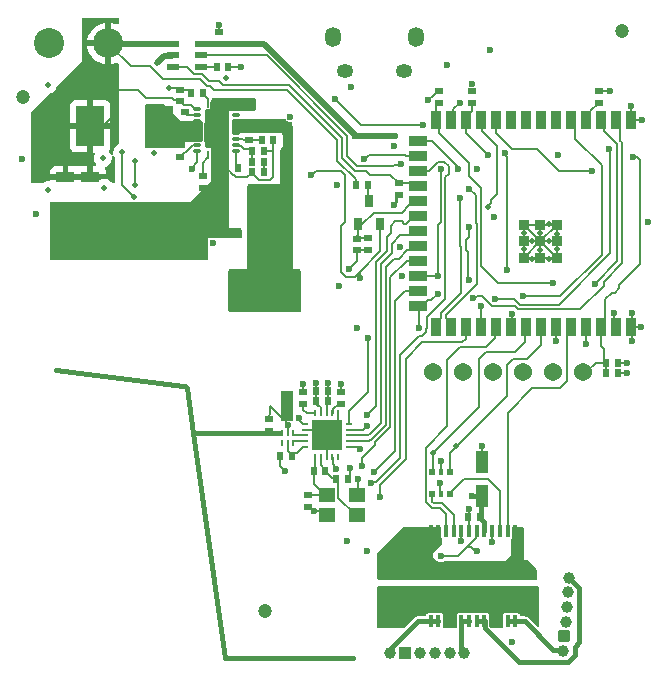
<source format=gbr>
%TF.GenerationSoftware,KiCad,Pcbnew,9.0.6*%
%TF.CreationDate,2025-12-03T15:23:28+01:00*%
%TF.ProjectId,Spinmodule,5370696e-6d6f-4647-956c-652e6b696361,rev?*%
%TF.SameCoordinates,Original*%
%TF.FileFunction,Copper,L4,Bot*%
%TF.FilePolarity,Positive*%
%FSLAX46Y46*%
G04 Gerber Fmt 4.6, Leading zero omitted, Abs format (unit mm)*
G04 Created by KiCad (PCBNEW 9.0.6) date 2025-12-03 15:23:28*
%MOMM*%
%LPD*%
G01*
G04 APERTURE LIST*
G04 Aperture macros list*
%AMRoundRect*
0 Rectangle with rounded corners*
0 $1 Rounding radius*
0 $2 $3 $4 $5 $6 $7 $8 $9 X,Y pos of 4 corners*
0 Add a 4 corners polygon primitive as box body*
4,1,4,$2,$3,$4,$5,$6,$7,$8,$9,$2,$3,0*
0 Add four circle primitives for the rounded corners*
1,1,$1+$1,$2,$3*
1,1,$1+$1,$4,$5*
1,1,$1+$1,$6,$7*
1,1,$1+$1,$8,$9*
0 Add four rect primitives between the rounded corners*
20,1,$1+$1,$2,$3,$4,$5,0*
20,1,$1+$1,$4,$5,$6,$7,0*
20,1,$1+$1,$6,$7,$8,$9,0*
20,1,$1+$1,$8,$9,$2,$3,0*%
%AMRotRect*
0 Rectangle, with rotation*
0 The origin of the aperture is its center*
0 $1 length*
0 $2 width*
0 $3 Rotation angle, in degrees counterclockwise*
0 Add horizontal line*
21,1,$1,$2,0,0,$3*%
G04 Aperture macros list end*
%TA.AperFunction,SMDPad,CuDef*%
%ADD10R,2.600000X2.600000*%
%TD*%
%TA.AperFunction,SMDPad,CuDef*%
%ADD11R,0.250000X0.580000*%
%TD*%
%TA.AperFunction,SMDPad,CuDef*%
%ADD12R,0.580000X0.250000*%
%TD*%
%TA.AperFunction,SMDPad,CuDef*%
%ADD13R,0.600000X0.700000*%
%TD*%
%TA.AperFunction,SMDPad,CuDef*%
%ADD14R,0.700000X0.600000*%
%TD*%
%TA.AperFunction,SMDPad,CuDef*%
%ADD15R,1.000000X2.500000*%
%TD*%
%TA.AperFunction,ComponentPad*%
%ADD16C,2.540000*%
%TD*%
%TA.AperFunction,SMDPad,CuDef*%
%ADD17R,0.750000X0.400000*%
%TD*%
%TA.AperFunction,SMDPad,CuDef*%
%ADD18RoundRect,0.102500X-0.922500X-1.422500X0.922500X-1.422500X0.922500X1.422500X-0.922500X1.422500X0*%
%TD*%
%TA.AperFunction,SMDPad,CuDef*%
%ADD19RoundRect,0.072500X-0.227500X0.072500X-0.227500X-0.072500X0.227500X-0.072500X0.227500X0.072500X0*%
%TD*%
%TA.AperFunction,SMDPad,CuDef*%
%ADD20RoundRect,0.060000X-0.060000X-0.240000X0.060000X-0.240000X0.060000X0.240000X-0.060000X0.240000X0*%
%TD*%
%TA.AperFunction,SMDPad,CuDef*%
%ADD21RoundRect,0.050000X-0.050000X-0.250000X0.050000X-0.250000X0.050000X0.250000X-0.050000X0.250000X0*%
%TD*%
%TA.AperFunction,ComponentPad*%
%ADD22C,0.250000*%
%TD*%
%TA.AperFunction,SMDPad,CuDef*%
%ADD23R,0.390000X1.000000*%
%TD*%
%TA.AperFunction,SMDPad,CuDef*%
%ADD24R,1.000000X0.600000*%
%TD*%
%TA.AperFunction,SMDPad,CuDef*%
%ADD25R,0.700000X1.000000*%
%TD*%
%TA.AperFunction,ComponentPad*%
%ADD26C,1.540000*%
%TD*%
%TA.AperFunction,SMDPad,CuDef*%
%ADD27R,2.413000X3.429000*%
%TD*%
%TA.AperFunction,SMDPad,CuDef*%
%ADD28C,1.200000*%
%TD*%
%TA.AperFunction,SMDPad,CuDef*%
%ADD29R,0.400000X0.400000*%
%TD*%
%TA.AperFunction,SMDPad,CuDef*%
%ADD30R,1.200000X2.300000*%
%TD*%
%TA.AperFunction,SMDPad,CuDef*%
%ADD31R,1.000000X1.950000*%
%TD*%
%TA.AperFunction,SMDPad,CuDef*%
%ADD32R,1.600000X0.900000*%
%TD*%
%TA.AperFunction,SMDPad,CuDef*%
%ADD33R,0.900000X1.600000*%
%TD*%
%TA.AperFunction,ComponentPad*%
%ADD34O,1.325000X1.700000*%
%TD*%
%TA.AperFunction,ComponentPad*%
%ADD35O,1.400000X1.150000*%
%TD*%
%TA.AperFunction,ComponentPad*%
%ADD36C,1.000000*%
%TD*%
%TA.AperFunction,ComponentPad*%
%ADD37R,1.000000X1.000000*%
%TD*%
%TA.AperFunction,SMDPad,CuDef*%
%ADD38R,0.500000X0.600000*%
%TD*%
%TA.AperFunction,SMDPad,CuDef*%
%ADD39R,0.400000X0.600000*%
%TD*%
%TA.AperFunction,SMDPad,CuDef*%
%ADD40R,0.900000X1.500000*%
%TD*%
%TA.AperFunction,SMDPad,CuDef*%
%ADD41R,1.500000X0.900000*%
%TD*%
%TA.AperFunction,SMDPad,CuDef*%
%ADD42R,0.900000X0.900000*%
%TD*%
%TA.AperFunction,ComponentPad*%
%ADD43RotRect,1.000000X1.000000X85.000000*%
%TD*%
%TA.AperFunction,SMDPad,CuDef*%
%ADD44R,0.250000X0.550000*%
%TD*%
%TA.AperFunction,SMDPad,CuDef*%
%ADD45R,1.400000X1.200000*%
%TD*%
%TA.AperFunction,ViaPad*%
%ADD46C,0.600000*%
%TD*%
%TA.AperFunction,ViaPad*%
%ADD47C,0.500000*%
%TD*%
%TA.AperFunction,Conductor*%
%ADD48C,0.200000*%
%TD*%
%TA.AperFunction,Conductor*%
%ADD49C,0.400000*%
%TD*%
%TA.AperFunction,Conductor*%
%ADD50C,0.250000*%
%TD*%
%TA.AperFunction,Conductor*%
%ADD51C,0.500000*%
%TD*%
G04 APERTURE END LIST*
D10*
%TO.P,U13,20,VSS*%
%TO.N,GND*%
X145397960Y-112877590D03*
D11*
X146397960Y-111017600D03*
%TO.P,U13,19,DVDD*%
%TO.N,Net-(U13-DVDD)*%
X145897930Y-111017600D03*
%TO.P,U13,18,VDD*%
%TO.N,VCC*%
X145397960Y-111017600D03*
%TO.P,U13,17,VSS*%
%TO.N,GND*%
X144897930Y-111017600D03*
%TO.P,U13,16,IREF*%
%TO.N,Net-(U13-IREF)*%
X144397960Y-111017600D03*
D12*
%TO.P,U13,15,VDD*%
%TO.N,VCC*%
X143537970Y-111877600D03*
%TO.P,U13,14,VSS*%
%TO.N,GND*%
X143537970Y-112377620D03*
%TO.P,U13,13,ANT2*%
%TO.N,Net-(U13-ANT2)*%
X143537970Y-112877590D03*
%TO.P,U13,12,ANT1*%
%TO.N,Net-(U13-ANT1)*%
X143537970Y-113377620D03*
%TO.P,U13,11,VDD_PA*%
%TO.N,Net-(U13-VDD_PA)*%
X143537970Y-113877590D03*
D11*
%TO.P,U13,10,XC1*%
%TO.N,/logic/X1*%
X144397960Y-114737580D03*
%TO.P,U13,9,XC2*%
%TO.N,/logic/X2*%
X144897930Y-114737580D03*
%TO.P,U13,8,VSS*%
%TO.N,GND*%
X145397960Y-114737580D03*
%TO.P,U13,7,VDD*%
%TO.N,VCC*%
X145897930Y-114737580D03*
%TO.P,U13,6,IRQ*%
%TO.N,unconnected-(U13-IRQ-Pad6)*%
X146397960Y-114737580D03*
D12*
%TO.P,U13,5,MISO*%
%TO.N,/logic/MISO*%
X147257950Y-113877590D03*
%TO.P,U13,4,MOSI*%
%TO.N,/logic/MOSI*%
X147257950Y-113377620D03*
%TO.P,U13,3,SCK*%
%TO.N,/logic/SCK*%
X147257950Y-112877590D03*
%TO.P,U13,2,CSN*%
%TO.N,/logic/CSN*%
X147257950Y-112377620D03*
%TO.P,U13,1,CE*%
%TO.N,NRF_CE*%
X147257950Y-111877600D03*
%TD*%
D13*
%TO.P,R8,1,1*%
%TO.N,Net-(C16-Pad1)*%
X140059260Y-89729370D03*
%TO.P,R8,2,2*%
%TO.N,Net-(U10-COMP)*%
X139059260Y-89729370D03*
%TD*%
D14*
%TO.P,C29,2,2*%
%TO.N,Ubat*%
X147959260Y-96209370D03*
%TO.P,C29,1,1*%
%TO.N,GND*%
X147959260Y-97209370D03*
%TD*%
D15*
%TO.P,P4,1,1*%
%TO.N,GND*%
X142009260Y-110364360D03*
%TD*%
D16*
%TO.P,BT1,2,-*%
%TO.N,GND*%
X121892160Y-79689360D03*
%TO.P,BT1,1,+*%
%TO.N,BAT+*%
X126892160Y-79689360D03*
%TD*%
D17*
%TO.P,U10,21,PGND*%
%TO.N,GND*%
X136092950Y-88723600D03*
X136092950Y-85283600D03*
D18*
X136092950Y-87003600D03*
D19*
%TO.P,U10,2,EN*%
%TO.N,SMPS_EN*%
X134442950Y-88753600D03*
%TO.P,U10,3,FSW*%
%TO.N,Net-(U10-FSW)*%
X134442950Y-88253600D03*
%TO.P,U10,4,SW*%
%TO.N,Net-(C1-Pad1)*%
X134442950Y-87753600D03*
%TO.P,U10,5,SW*%
X134442950Y-87253600D03*
%TO.P,U10,6,SW*%
X134442950Y-86753600D03*
%TO.P,U10,7,SW*%
X134442950Y-86253600D03*
%TO.P,U10,8,BOOT*%
%TO.N,Net-(U10-BOOT)*%
X134442950Y-85753600D03*
%TO.P,U10,9,VIN*%
%TO.N,BAT+*%
X134442950Y-85253600D03*
D20*
%TO.P,U10,10,SS*%
%TO.N,Net-(U10-SS)*%
X135342950Y-84853600D03*
D21*
%TO.P,U10,21,PGND*%
%TO.N,GND*%
X135817950Y-84853600D03*
X136367950Y-84853600D03*
D20*
%TO.P,U10,11,NC*%
X136842950Y-84853600D03*
D19*
%TO.P,U10,12,NC*%
X137742950Y-85253600D03*
%TO.P,U10,13,MODE*%
%TO.N,unconnected-(U10-MODE-Pad13)*%
X137742950Y-85753600D03*
%TO.P,U10,14,VOUT*%
%TO.N,+12*%
X137742950Y-86253600D03*
%TO.P,U10,15,VOUT*%
X137742950Y-86753600D03*
%TO.P,U10,16,VOUT*%
X137742950Y-87253600D03*
%TO.P,U10,17,FB*%
%TO.N,Net-(U10-FB)*%
X137742950Y-87753600D03*
%TO.P,U10,18,COMP*%
%TO.N,Net-(U10-COMP)*%
X137742950Y-88253600D03*
%TO.P,U10,19,ILIM*%
%TO.N,Net-(U10-ILIM)*%
X137742950Y-88753600D03*
D20*
%TO.P,U10,20,AGND*%
%TO.N,GND*%
X136842950Y-89153600D03*
D21*
%TO.P,U10,21,PGND*%
X136367950Y-89153600D03*
X135817950Y-89153600D03*
D20*
%TO.P,U10,1,VCC*%
%TO.N,Net-(U10-VCC)*%
X135342950Y-89153600D03*
D22*
%TO.P,U10,21,PGND*%
%TO.N,GND*%
X135492950Y-85728600D03*
X136692950Y-85728600D03*
X136092950Y-85728600D03*
X135492950Y-86238600D03*
X136692950Y-86238600D03*
X136092950Y-86238600D03*
X135492950Y-86748600D03*
X135492950Y-87258600D03*
X135492950Y-87768600D03*
X136692950Y-86748600D03*
X136692950Y-87258600D03*
X136692950Y-87768600D03*
X136692950Y-88278600D03*
X136092950Y-88278600D03*
X136092950Y-86748600D03*
X136092950Y-87258600D03*
X135492950Y-88278600D03*
X136092950Y-87768600D03*
%TD*%
D23*
%TO.P,U9,2,AO1*%
%TO.N,/power/ENCA-M1*%
X160717950Y-128603600D03*
%TO.P,U9,3,PGND1*%
%TO.N,GND*%
X160067950Y-128603600D03*
%TO.P,U9,4,PGND1*%
X159417950Y-128603600D03*
%TO.P,U9,5,AO2*%
%TO.N,/power/ENCA-M2*%
X158767950Y-128603600D03*
%TO.P,U9,6,AO2*%
X158117950Y-128603600D03*
%TO.P,U9,7,BO2*%
%TO.N,/power/ENCB-M2*%
X157467950Y-128603600D03*
%TO.P,U9,8,BO2*%
X156817950Y-128603600D03*
%TO.P,U9,9,PGND2*%
%TO.N,GND*%
X156167950Y-128603600D03*
%TO.P,U9,10,PGND2*%
X155517950Y-128603600D03*
%TO.P,U9,11,BO1*%
%TO.N,/power/ENCB-M1*%
X154867950Y-128603600D03*
%TO.P,U9,12,BO1*%
X154217950Y-128603600D03*
%TO.P,U9,13,VM2*%
%TO.N,+12*%
X154217950Y-121003600D03*
%TO.P,U9,14,VM3*%
X154867950Y-121003600D03*
%TO.P,U9,15,PWMB*%
%TO.N,PWM_B*%
X155517950Y-121003600D03*
%TO.P,U9,16,BIN2*%
%TO.N,/power/MB_CW_n*%
X156167950Y-121003600D03*
%TO.P,U9,17,BIN1*%
%TO.N,MB_CW*%
X156817950Y-121003600D03*
%TO.P,U9,18,GND*%
%TO.N,GND*%
X157467950Y-121003600D03*
%TO.P,U9,19,STBY*%
%TO.N,SMPS_EN*%
X158117950Y-121003600D03*
%TO.P,U9,20,VCC*%
%TO.N,VCC*%
X158767950Y-121003600D03*
%TO.P,U9,21,AIN1*%
%TO.N,MA_CW*%
X159417950Y-121003600D03*
%TO.P,U9,22,AIN2*%
%TO.N,/power/MA_CW_n*%
X160067950Y-121003600D03*
%TO.P,U9,23,PWMA*%
%TO.N,PWM_A*%
X160717950Y-121003600D03*
%TO.P,U9,24,VM1*%
%TO.N,+12*%
X161367950Y-121003600D03*
%TO.P,U9,1,AO1*%
%TO.N,/power/ENCA-M1*%
X161367950Y-128603600D03*
%TD*%
D24*
%TO.P,U4,1,CHRG*%
%TO.N,CRG_BSY*%
X132392950Y-81703600D03*
%TO.P,U4,2,GND*%
%TO.N,GND*%
X132392950Y-80703600D03*
%TO.P,U4,3,BAT*%
%TO.N,BAT+*%
X132392950Y-79703600D03*
%TO.P,U4,4,VCC*%
%TO.N,+5*%
X134792950Y-79703600D03*
%TO.P,U4,6,PROG*%
%TO.N,Net-(U4-PROG)*%
X134792950Y-81703600D03*
%TO.P,U4,5,STDBY*%
%TO.N,CRG_STDBY*%
X134792950Y-80703600D03*
%TD*%
D14*
%TO.P,R30,1,1*%
%TO.N,Net-(U13-IREF)*%
X143392950Y-110203600D03*
%TO.P,R30,2,2*%
%TO.N,GND*%
X143392950Y-109203600D03*
%TD*%
%TO.P,R28,1,1*%
%TO.N,VCC*%
X157692950Y-83703600D03*
%TO.P,R28,2,2*%
%TO.N,/logic/SCL*%
X157692950Y-84703600D03*
%TD*%
%TO.P,R27,1,1*%
%TO.N,Ubat*%
X148892950Y-96203600D03*
%TO.P,R27,2,2*%
%TO.N,GND*%
X148892950Y-97203600D03*
%TD*%
D13*
%TO.P,R25,1,1*%
%TO.N,/logic/X2*%
X145292950Y-115903600D03*
%TO.P,R25,2,2*%
%TO.N,/logic/X1*%
X144292950Y-115903600D03*
%TD*%
%TO.P,R24,1,1*%
%TO.N,Net-(Q2-D)*%
X148892950Y-91703600D03*
%TO.P,R24,2,2*%
%TO.N,BAT+*%
X147892950Y-91703600D03*
%TD*%
D14*
%TO.P,R16,1,1*%
%TO.N,/logic/ESP32_U0TXD*%
X168492950Y-84703600D03*
%TO.P,R16,2,2*%
%TO.N,Net-(P3-Pad4)*%
X168492950Y-83703600D03*
%TD*%
%TO.P,R15,1,1*%
%TO.N,/logic/SDA_1*%
X154892950Y-83703600D03*
%TO.P,R15,2,2*%
%TO.N,/logic/ESP32_IO0*%
X154892950Y-84703600D03*
%TD*%
D13*
%TO.P,R14,1,1*%
%TO.N,VCC*%
X170092950Y-107603600D03*
%TO.P,R14,2,2*%
%TO.N,/logic/ESP32_EN*%
X169092950Y-107603600D03*
%TD*%
D14*
%TO.P,R11,1,1*%
%TO.N,Net-(U10-FSW)*%
X132992950Y-89303600D03*
%TO.P,R11,2,2*%
%TO.N,Net-(C1-Pad1)*%
X132992950Y-88303600D03*
%TD*%
D13*
%TO.P,R6,1,1*%
%TO.N,GND*%
X140892950Y-87903600D03*
%TO.P,R6,2,2*%
%TO.N,Net-(U10-FB)*%
X139892950Y-87903600D03*
%TD*%
%TO.P,R4,1,1*%
%TO.N,Net-(U4-PROG)*%
X136092950Y-81703600D03*
%TO.P,R4,2,2*%
%TO.N,GND*%
X137092950Y-81703600D03*
%TD*%
D14*
%TO.P,R3,1,1*%
%TO.N,Net-(U10-FB)*%
X138792950Y-87903600D03*
%TO.P,R3,2,2*%
%TO.N,+12*%
X138792950Y-86903600D03*
%TD*%
D25*
%TO.P,Q2,3,D*%
%TO.N,Net-(Q2-D)*%
X148992950Y-93003600D03*
%TO.P,Q2,2,S*%
%TO.N,Ubat*%
X148042950Y-95003600D03*
%TO.P,Q2,1,G*%
%TO.N,SMPS_EN*%
X149942950Y-95003600D03*
%TD*%
D26*
%TO.P,P3,1,1*%
%TO.N,/logic/ESP32_EN*%
X167092950Y-107503600D03*
%TO.P,P3,5,5*%
%TO.N,VCC*%
X156932950Y-107503600D03*
%TO.P,P3,2,2*%
%TO.N,/logic/ESP32_IO0*%
X164552950Y-107503600D03*
%TO.P,P3,3,3*%
%TO.N,/logic/ESP32_U0RXD*%
X162012950Y-107503600D03*
%TO.P,P3,4,4*%
%TO.N,Net-(P3-Pad4)*%
X159472950Y-107503600D03*
%TO.P,P3,6,6*%
%TO.N,GND*%
X154392950Y-107503600D03*
%TD*%
D27*
%TO.P,L1,2,2*%
%TO.N,BAT+*%
X125371950Y-86703600D03*
%TO.P,L1,1,1*%
%TO.N,Net-(C1-Pad1)*%
X131213950Y-86703600D03*
%TD*%
D28*
%TO.P,FD6,*%
%TO.N,*%
X170392950Y-78603600D03*
%TD*%
%TO.P,FD4,*%
%TO.N,*%
X140192950Y-127703600D03*
%TD*%
%TO.P,FD3,*%
%TO.N,*%
X119692950Y-84203600D03*
%TD*%
D29*
%TO.P,E1,1,A*%
%TO.N,Net-(E1-A)*%
X134059260Y-112689380D03*
%TD*%
D13*
%TO.P,C39,2,2*%
%TO.N,Net-(U13-VDD_PA)*%
X142492950Y-114603600D03*
%TO.P,C39,1,1*%
%TO.N,GND*%
X141492950Y-114603600D03*
%TD*%
D14*
%TO.P,C38,2,2*%
%TO.N,Net-(E1-A)*%
X140492950Y-112503600D03*
%TO.P,C38,1,1*%
%TO.N,GND*%
X140492950Y-111503600D03*
%TD*%
%TO.P,C36,2,2*%
%TO.N,Net-(U13-DVDD)*%
X146592950Y-110203600D03*
%TO.P,C36,1,1*%
%TO.N,GND*%
X146592950Y-109203600D03*
%TD*%
D13*
%TO.P,C35,2,2*%
%TO.N,VCC*%
X145492970Y-110003620D03*
%TO.P,C35,1,1*%
%TO.N,GND*%
X144492970Y-110003620D03*
%TD*%
%TO.P,C34,2,2*%
%TO.N,VCC*%
X145492950Y-109103600D03*
%TO.P,C34,1,1*%
%TO.N,GND*%
X144492950Y-109103600D03*
%TD*%
%TO.P,C30,2,2*%
%TO.N,GND*%
X147192950Y-116603600D03*
%TO.P,C30,1,1*%
%TO.N,/logic/X2*%
X146192950Y-116603600D03*
%TD*%
D30*
%TO.P,C21,1,1*%
%TO.N,+12*%
X150292950Y-123903600D03*
%TO.P,C21,2,2*%
%TO.N,GND*%
X150292950Y-127303600D03*
%TD*%
D14*
%TO.P,C20,2,2*%
%TO.N,+12*%
X162892950Y-124903600D03*
%TO.P,C20,1,1*%
%TO.N,GND*%
X162892950Y-125903600D03*
%TD*%
D31*
%TO.P,C19,1,1*%
%TO.N,VCC*%
X158592950Y-118003600D03*
%TO.P,C19,2,2*%
%TO.N,GND*%
X158592950Y-115103600D03*
%TD*%
D13*
%TO.P,C15,2,2*%
%TO.N,GND*%
X140092950Y-88803600D03*
%TO.P,C15,1,1*%
%TO.N,Net-(U10-COMP)*%
X139092950Y-88803600D03*
%TD*%
%TO.P,C14,2,2*%
%TO.N,VCC*%
X158392950Y-119803600D03*
%TO.P,C14,1,1*%
%TO.N,GND*%
X157392950Y-119803600D03*
%TD*%
%TO.P,C11,2,2*%
%TO.N,+12*%
X138992950Y-95803600D03*
%TO.P,C11,1,1*%
%TO.N,GND*%
X137992950Y-95803600D03*
%TD*%
D14*
%TO.P,C10,2,2*%
%TO.N,GND*%
X134892950Y-91903600D03*
%TO.P,C10,1,1*%
%TO.N,Net-(U10-VCC)*%
X134892950Y-90903600D03*
%TD*%
%TO.P,C9,2,2*%
%TO.N,+5*%
X136292950Y-79703600D03*
%TO.P,C9,1,1*%
%TO.N,GND*%
X136292950Y-78703600D03*
%TD*%
D32*
%TO.P,C8,2,2*%
%TO.N,BAT+*%
X125392950Y-91003600D03*
%TO.P,C8,1,1*%
%TO.N,GND*%
X125392950Y-93603600D03*
%TD*%
%TO.P,C7,2,2*%
%TO.N,BAT+*%
X123292950Y-91003600D03*
%TO.P,C7,1,1*%
%TO.N,GND*%
X123292950Y-93603600D03*
%TD*%
D33*
%TO.P,C6,2,2*%
%TO.N,+12*%
X139192950Y-94403600D03*
%TO.P,C6,1,1*%
%TO.N,GND*%
X136592950Y-94403600D03*
%TD*%
%TO.P,C5,2,2*%
%TO.N,+12*%
X139192950Y-92403600D03*
%TO.P,C5,1,1*%
%TO.N,GND*%
X136592950Y-92403600D03*
%TD*%
D34*
%TO.P,USB1,6,SHIELD*%
%TO.N,GND*%
X152944950Y-79153600D03*
D35*
X151944950Y-82053600D03*
X146944950Y-82053600D03*
D34*
X145944940Y-79153600D03*
%TD*%
D36*
%TO.P,P2,1,M1*%
%TO.N,/power/ENCB-M1*%
X150809280Y-131289340D03*
D37*
%TO.P,P2,2,GND*%
%TO.N,PGND*%
X152059260Y-131289340D03*
D36*
%TO.P,P2,3,ENC1*%
%TO.N,ENCB-OUTB*%
X153309250Y-131289340D03*
%TO.P,P2,4,ENC2*%
%TO.N,ENCB-OUTA*%
X154559280Y-131289340D03*
%TO.P,P2,5,VCC*%
%TO.N,VCC*%
X155809270Y-131289340D03*
%TO.P,P2,6,M2*%
%TO.N,/power/ENCB-M2*%
X157059250Y-131289340D03*
%TD*%
D13*
%TO.P,C13,1,1*%
%TO.N,GND*%
X170092960Y-106703620D03*
%TO.P,C13,2,2*%
%TO.N,/logic/ESP32_EN*%
X169092960Y-106703620D03*
%TD*%
%TO.P,R9,1,1*%
%TO.N,GND*%
X136892950Y-90203600D03*
%TO.P,R9,2,2*%
%TO.N,Net-(U10-ILIM)*%
X137892950Y-90203600D03*
%TD*%
D38*
%TO.P,U16,1,1A*%
%TO.N,MB_CW*%
X154342920Y-116003620D03*
D39*
%TO.P,U16,2,GND*%
%TO.N,GND*%
X155092940Y-116003620D03*
D38*
%TO.P,U16,3,2A*%
%TO.N,MA_CW*%
X155842950Y-116003620D03*
%TO.P,U16,4,2Y*%
%TO.N,/power/MA_CW_n*%
X155842950Y-117803620D03*
D39*
%TO.P,U16,5,VCC*%
%TO.N,VCC*%
X155092940Y-117803620D03*
D38*
%TO.P,U16,6,1Y*%
%TO.N,/power/MB_CW_n*%
X154342920Y-117803620D03*
%TD*%
D14*
%TO.P,C1,1,1*%
%TO.N,Net-(C1-Pad1)*%
X133392950Y-86503600D03*
%TO.P,C1,2,2*%
%TO.N,Net-(U10-BOOT)*%
X133392950Y-85503600D03*
%TD*%
D13*
%TO.P,C50,1,1*%
%TO.N,GND*%
X133892950Y-83903600D03*
%TO.P,C50,2,2*%
%TO.N,Net-(U10-SS)*%
X134892950Y-83903600D03*
%TD*%
D14*
%TO.P,R32,1,1*%
%TO.N,CRG_BSY*%
X151492990Y-91503600D03*
%TO.P,R32,2,2*%
%TO.N,VCC*%
X151492990Y-92503590D03*
%TD*%
%TO.P,C51,1,1*%
%TO.N,BAT+*%
X132992950Y-84603600D03*
%TO.P,C51,2,2*%
%TO.N,GND*%
X132992950Y-83603600D03*
%TD*%
%TO.P,C22,1,1*%
%TO.N,/logic/X1*%
X143792950Y-117903590D03*
%TO.P,C22,2,2*%
%TO.N,GND*%
X143792950Y-118903590D03*
%TD*%
D40*
%TO.P,U12,1,GND*%
%TO.N,GND*%
X171192930Y-103703620D03*
%TO.P,U12,2,3V3*%
%TO.N,VCC*%
X169922930Y-103703620D03*
%TO.P,U12,3,EN*%
%TO.N,/logic/ESP32_EN*%
X168652930Y-103703620D03*
%TO.P,U12,4,IO4*%
%TO.N,ENCA-OUTA*%
X167382930Y-103703620D03*
%TO.P,U12,5,IO5*%
%TO.N,PWM_A*%
X166112930Y-103703620D03*
%TO.P,U12,6,IO6*%
%TO.N,ENCA-OUTB*%
X164842930Y-103703620D03*
%TO.P,U12,7,IO7*%
%TO.N,MA_CW*%
X163572930Y-103703620D03*
%TO.P,U12,8,IO15*%
%TO.N,MB_CW*%
X162302930Y-103703620D03*
%TO.P,U12,9,IO16*%
%TO.N,ENCB-OUTA*%
X161032930Y-103703620D03*
%TO.P,U12,10,IO17*%
%TO.N,PWM_B*%
X159762930Y-103703620D03*
%TO.P,U12,11,IO18*%
%TO.N,ENCB-OUTB*%
X158492930Y-103703620D03*
%TO.P,U12,12,IO8*%
%TO.N,/logic/BLUE*%
X157222930Y-103703620D03*
%TO.P,U12,13,IO19*%
%TO.N,D_N*%
X155952930Y-103703620D03*
%TO.P,U12,14,IO20*%
%TO.N,D_P*%
X154682930Y-103703620D03*
D41*
%TO.P,U12,15,JTAG_SRC_(IO3)*%
%TO.N,SMPS_EN*%
X153132970Y-101938580D03*
%TO.P,U12,16,Boot_(IO46)*%
%TO.N,/logic/RED*%
X153132970Y-100668580D03*
%TO.P,U12,17,IO9*%
%TO.N,CRG_STDBY*%
X153132970Y-99398580D03*
%TO.P,U12,18,IO10*%
%TO.N,/logic/CSN*%
X153132970Y-98128580D03*
%TO.P,U12,19,IO11*%
%TO.N,/logic/MOSI*%
X153132970Y-96858580D03*
%TO.P,U12,20,IO12*%
%TO.N,/logic/SCK*%
X153132970Y-95588580D03*
%TO.P,U12,21,IO13*%
%TO.N,/logic/MISO*%
X153132970Y-94318580D03*
%TO.P,U12,22,IO14*%
%TO.N,Ubat*%
X153132970Y-93048580D03*
%TO.P,U12,23,IO21*%
%TO.N,CRG_BSY*%
X153132970Y-91778580D03*
%TO.P,U12,24,IO47*%
%TO.N,/logic/GREEN*%
X153132970Y-90508580D03*
%TO.P,U12,25,IO48*%
%TO.N,/logic/IR_RX*%
X153132970Y-89238580D03*
%TO.P,U12,26,VDD_SPI_(IO45)*%
%TO.N,/logic/IR_TX*%
X153132970Y-87968580D03*
D40*
%TO.P,U12,27,Boot_(IO0)*%
%TO.N,/logic/ESP32_IO0*%
X154682930Y-86203580D03*
%TO.P,U12,28,IO35*%
%TO.N,/logic/SCL_1*%
X155952930Y-86203580D03*
%TO.P,U12,29,IO36*%
%TO.N,/logic/SCL*%
X157222930Y-86203580D03*
%TO.P,U12,30,IO37*%
%TO.N,/logic/SDA*%
X158492930Y-86203580D03*
%TO.P,U12,31,IO38*%
%TO.N,/logic/EN_LIGHT*%
X159762930Y-86203580D03*
%TO.P,U12,32,TCK_(IO39)*%
%TO.N,/logic/TCK*%
X161032930Y-86203580D03*
%TO.P,U12,33,TDO_(IO40)*%
%TO.N,/logic/TDO*%
X162302930Y-86203580D03*
%TO.P,U12,34,TDI_(IO41)*%
%TO.N,/logic/TDI*%
X163572930Y-86203580D03*
%TO.P,U12,35,TMS_(IO42)*%
%TO.N,/logic/TMS*%
X164842930Y-86203580D03*
%TO.P,U12,36,IO44*%
%TO.N,/logic/ESP32_U0RXD*%
X166112930Y-86203580D03*
%TO.P,U12,37,IO43*%
%TO.N,/logic/ESP32_U0TXD*%
X167382930Y-86203580D03*
%TO.P,U12,38,IO2*%
%TO.N,/logic/FREQ*%
X168652930Y-86203580D03*
%TO.P,U12,39,IO1*%
%TO.N,NRF_CE*%
X169922930Y-86203580D03*
%TO.P,U12,40,GND*%
%TO.N,GND*%
X171192930Y-86203580D03*
D42*
%TO.P,U12,41,GND*%
X162072960Y-97853600D03*
X163472950Y-97853600D03*
X164872950Y-97853600D03*
X162072960Y-96453600D03*
X163472950Y-96453600D03*
X164872950Y-96453600D03*
X162072960Y-95053600D03*
X163472950Y-95053600D03*
X164872950Y-95053600D03*
%TD*%
D36*
%TO.P,P1,1,M1*%
%TO.N,/power/ENCA-M1*%
X165410160Y-131141660D03*
D43*
%TO.P,P1,2,GND*%
%TO.N,PGND*%
X165519130Y-129896460D03*
D36*
%TO.P,P1,3,ENC1*%
%TO.N,ENCA-OUTB*%
X165628090Y-128651200D03*
%TO.P,P1,4,ENC2*%
%TO.N,ENCA-OUTA*%
X165737008Y-127405940D03*
%TO.P,P1,5,VCC*%
%TO.N,VCC*%
X165845970Y-126160730D03*
%TO.P,P1,6,M2*%
%TO.N,/power/ENCA-M2*%
X165954890Y-124915470D03*
%TD*%
D44*
%TO.P,U14,1,Unbal*%
%TO.N,Net-(E1-A)*%
X141592940Y-112689380D03*
%TO.P,U14,2,GND*%
%TO.N,GND*%
X142092960Y-112689380D03*
%TO.P,U14,3,Bal1*%
%TO.N,Net-(U13-ANT2)*%
X142592930Y-112689380D03*
%TO.P,U14,4,Bal2*%
%TO.N,Net-(U13-ANT1)*%
X142592930Y-113539370D03*
%TO.P,U14,5,DC_Feed/_GND*%
%TO.N,Net-(U13-VDD_PA)*%
X142092960Y-113539370D03*
%TO.P,U14,6,NC*%
%TO.N,unconnected-(U14B-NC-Pad6)*%
X141592940Y-113539370D03*
%TD*%
D13*
%TO.P,C16,1,1*%
%TO.N,Net-(C16-Pad1)*%
X140092940Y-90603600D03*
%TO.P,C16,2,2*%
%TO.N,GND*%
X139092940Y-90603600D03*
%TD*%
D45*
%TO.P,X1,4,GND*%
%TO.N,GND*%
X145392930Y-119653600D03*
%TO.P,X1,3,X2*%
%TO.N,/logic/X2*%
X147992970Y-119653600D03*
%TO.P,X1,2,GND*%
%TO.N,GND*%
X147992970Y-117953580D03*
%TO.P,X1,1,X1*%
%TO.N,/logic/X1*%
X145392930Y-117953580D03*
%TD*%
D46*
%TO.N,NRF_CE*%
X148892950Y-104603600D03*
X157819410Y-101277040D03*
%TO.N,/logic/SCL_1*%
X156692930Y-84703610D03*
%TO.N,/logic/SDA_1*%
X153988950Y-84503610D03*
%TO.N,Net-(P3-Pad4)*%
X169349140Y-88603580D03*
X159676970Y-101295600D03*
X169392930Y-83703610D03*
D47*
%TO.N,MB_CW*%
X154396920Y-114403570D03*
D46*
X156817950Y-121819660D03*
D47*
%TO.N,MA_CW*%
X156392960Y-113803580D03*
D46*
X159392950Y-121903590D03*
%TO.N,/logic/ESP32_U0RXD*%
X162000660Y-101095860D03*
%TO.N,/logic/ESP32_IO0*%
X164592940Y-99961590D03*
%TO.N,/logic/ESP32_EN*%
X171359260Y-89299370D03*
D47*
%TO.N,+12*%
X140309270Y-101089350D03*
X151809270Y-122089360D03*
X141309270Y-101089350D03*
X153309300Y-123089360D03*
X154809270Y-124089360D03*
X142309270Y-101089350D03*
X152309300Y-123089360D03*
X151809270Y-124089360D03*
X152809270Y-122089360D03*
X138309280Y-101089350D03*
X139309270Y-101089350D03*
X153309300Y-121089360D03*
X152309300Y-121089360D03*
X153809270Y-122089360D03*
X152809270Y-124089360D03*
X153809270Y-124089360D03*
D46*
%TO.N,VCC*%
X143092960Y-111432590D03*
X170792930Y-107603590D03*
X145492950Y-108403590D03*
X151805410Y-99416050D03*
X147992950Y-103803600D03*
X119592950Y-89503600D03*
X155592960Y-81503620D03*
X159592950Y-94403600D03*
D47*
X136892950Y-82603600D03*
D46*
X172587190Y-94789190D03*
X157692930Y-83103610D03*
X120792950Y-94103600D03*
X157692930Y-118003620D03*
X142292950Y-85903600D03*
X135792950Y-96603600D03*
X154980510Y-116916040D03*
X146203390Y-115689170D03*
X146292950Y-91703590D03*
X151092950Y-93382080D03*
X169692960Y-102503570D03*
%TO.N,SMPS_EN*%
X153192960Y-103818380D03*
X148269480Y-99527060D03*
X155092940Y-123103580D03*
X157446950Y-99703600D03*
X158092950Y-122703600D03*
X154792950Y-100903600D03*
X157446950Y-95207600D03*
X133986070Y-90286990D03*
X144092950Y-90803600D03*
D47*
%TO.N,/logic/SDA*%
X159063930Y-93549590D03*
X129192950Y-91703600D03*
X129181500Y-89653600D03*
D46*
%TO.N,/logic/SCL*%
X159092930Y-89103600D03*
%TO.N,/logic/RED*%
X149392970Y-116003620D03*
%TO.N,PGND*%
X153592960Y-86603580D03*
X160692920Y-98907600D03*
X146092950Y-84403580D03*
X160492920Y-89003570D03*
%TO.N,/logic/MISO*%
X148226380Y-114037030D03*
X148815990Y-111184480D03*
%TO.N,/logic/IR_TX*%
X156492930Y-90303600D03*
%TO.N,/logic/IR_RX*%
X148573920Y-89449600D03*
%TO.N,/logic/GREEN*%
X149180480Y-116891150D03*
%TO.N,GND*%
X158592950Y-113803580D03*
D47*
X131065960Y-81330590D03*
D46*
X147359470Y-115670120D03*
D47*
X126592950Y-91903600D03*
X158309290Y-127089350D03*
D46*
X172092950Y-86203580D03*
D47*
X162809300Y-128089350D03*
X164192940Y-97903580D03*
D46*
X157471950Y-119103590D03*
X147480530Y-83416070D03*
X151092940Y-88403580D03*
D47*
X145992930Y-113503600D03*
D46*
X142092960Y-112006580D03*
D47*
X156809260Y-126089350D03*
X162092970Y-95703590D03*
X121792950Y-92103600D03*
X144792930Y-112330580D03*
X154309290Y-127089350D03*
X164892970Y-97103580D03*
D46*
X146592930Y-108503610D03*
D47*
X162792950Y-97903580D03*
X126439260Y-89409370D03*
X144938530Y-113358000D03*
D46*
X158092930Y-90303600D03*
D47*
X145992930Y-112303600D03*
X162792950Y-96403610D03*
D46*
X147141260Y-121855270D03*
D47*
X163492970Y-95703590D03*
X153309300Y-127089350D03*
X152809270Y-126089350D03*
X132992950Y-94003600D03*
D46*
X138192950Y-81703600D03*
D47*
X154809270Y-126089350D03*
D46*
X144492960Y-108403590D03*
D47*
X157309290Y-127089350D03*
X164892970Y-95803610D03*
D46*
X170792930Y-106703620D03*
D47*
X161309280Y-127089350D03*
X162092970Y-97103580D03*
X158809310Y-126089350D03*
X153809270Y-126089350D03*
X132092950Y-83503600D03*
D46*
X147292950Y-98803600D03*
D47*
X160809310Y-126089350D03*
D46*
X143392930Y-108503610D03*
D47*
X164192940Y-95003610D03*
X161809300Y-126089350D03*
D46*
X151592950Y-96903600D03*
D47*
X152309300Y-127089350D03*
D46*
X171230930Y-104903620D03*
X144292950Y-119303600D03*
X155092940Y-115057570D03*
X171192930Y-85003580D03*
D47*
X151809270Y-126089350D03*
X121792950Y-83203600D03*
D46*
X171230930Y-102503620D03*
X161092920Y-130403590D03*
D47*
X134992950Y-95603600D03*
X157809310Y-126089350D03*
X123192950Y-94803600D03*
X164192940Y-96403610D03*
D46*
X139092950Y-84853600D03*
X146466170Y-100251930D03*
X148064450Y-116596460D03*
X159249260Y-80259370D03*
X164992930Y-89103580D03*
X136280530Y-78116070D03*
X141892960Y-115903600D03*
X148781240Y-122691900D03*
D47*
X151809270Y-128089350D03*
X163492970Y-97203610D03*
X130792950Y-89003600D03*
D46*
X171992930Y-103703620D03*
D47*
X162309280Y-127089350D03*
X133892950Y-94003600D03*
%TO.N,/logic/FREQ*%
X129092950Y-92703600D03*
D46*
X168092960Y-100057600D03*
D47*
X128092950Y-88903600D03*
D46*
%TO.N,ENCB-OUTB*%
X158492930Y-101949600D03*
%TO.N,ENCB-OUTA*%
X161092920Y-102603600D03*
%TO.N,ENCA-OUTB*%
X164792940Y-104903620D03*
%TO.N,ENCA-OUTA*%
X167392940Y-105103620D03*
%TO.N,D_N*%
X157492950Y-92003600D03*
%TO.N,D_P*%
X156692950Y-92803600D03*
%TO.N,/logic/CSN*%
X148791800Y-112102490D03*
X148392950Y-115503600D03*
%TO.N,CRG_STDBY*%
X151692950Y-89903600D03*
X154792960Y-99403600D03*
X155092940Y-90357600D03*
%TO.N,/logic/BLUE*%
X149892950Y-118103590D03*
%TO.N,+5*%
X147792920Y-87503600D03*
X151192970Y-87503600D03*
%TO.N,/logic/EN_LIGHT*%
X167892960Y-90503600D03*
%TD*%
D48*
%TO.N,/logic/ESP32_EN*%
X169002940Y-103353610D02*
X168652930Y-103703620D01*
X169541540Y-100779910D02*
X169002940Y-101318510D01*
X169786130Y-100779910D02*
X169541540Y-100779910D01*
X170169230Y-100396800D02*
X169786130Y-100779910D01*
X171933190Y-98388270D02*
X170169230Y-100152220D01*
X169002940Y-101318510D02*
X169002940Y-103353610D01*
X171359260Y-89299370D02*
X171688730Y-89299370D01*
X171688730Y-89299370D02*
X171933190Y-89543830D01*
X171933190Y-89543830D02*
X171933190Y-98388270D01*
X170169230Y-100152220D02*
X170169230Y-100396800D01*
%TO.N,Net-(P3-Pad4)*%
X161275500Y-101295600D02*
X159676970Y-101295600D01*
X165043180Y-101803600D02*
X161783500Y-101803600D01*
X169392930Y-97453800D02*
X165043180Y-101803600D01*
X169349140Y-88603630D02*
X169392930Y-88647420D01*
X169349140Y-88603580D02*
X169349140Y-88603630D01*
X161783500Y-101803600D02*
X161275500Y-101295600D01*
X169392930Y-88647420D02*
X169392930Y-97453800D01*
D49*
%TO.N,/power/ENCA-M2*%
X166799950Y-125760520D02*
X165954890Y-124915470D01*
X166799950Y-130398680D02*
X166799950Y-125760520D01*
X166409260Y-131491760D02*
X166409260Y-130789370D01*
X166409260Y-130789370D02*
X166799950Y-130398680D01*
X158772940Y-129219290D02*
X161649340Y-132095690D01*
X165805330Y-132095690D02*
X166409260Y-131491760D01*
X158772940Y-128608580D02*
X158772940Y-129219290D01*
X158767960Y-128603600D02*
X158772940Y-128608580D01*
X158117970Y-128603600D02*
X158767960Y-128603600D01*
X161649340Y-132095690D02*
X165805330Y-132095690D01*
D48*
%TO.N,Net-(U10-FSW)*%
X133042970Y-89303610D02*
X133242970Y-89103620D01*
X133467230Y-88903620D02*
X134097250Y-88273600D01*
X134422950Y-88273600D02*
X134442950Y-88253600D01*
X132992970Y-89303610D02*
X133042970Y-89303610D01*
X133392970Y-88903620D02*
X133467230Y-88903620D01*
X134097250Y-88273600D02*
X134422950Y-88273600D01*
X133242970Y-89053610D02*
X133392970Y-88903620D01*
X133242970Y-89103620D02*
X133242970Y-89053610D01*
%TO.N,Net-(U10-ILIM)*%
X137742950Y-89953600D02*
X137892950Y-90103600D01*
X137742950Y-89953600D02*
X137742950Y-88753600D01*
%TO.N,Net-(U10-FB)*%
X139892960Y-87903570D02*
X139892970Y-87903580D01*
X138243000Y-87753600D02*
X138392970Y-87903570D01*
X137742950Y-87753600D02*
X138243000Y-87753600D01*
X138792970Y-87903570D02*
X139892960Y-87903570D01*
X138392970Y-87903570D02*
X138792970Y-87903570D01*
%TO.N,Net-(U10-SS)*%
X134892950Y-83953600D02*
X135175790Y-84236440D01*
X135175790Y-84236440D02*
X135225790Y-84236440D01*
X134892950Y-83953600D02*
X134892950Y-83903600D01*
X135225790Y-84236440D02*
X135342950Y-84353600D01*
X135342950Y-84853600D02*
X135342950Y-84353600D01*
%TO.N,Net-(C16-Pad1)*%
X140092940Y-90603600D02*
X140092940Y-89703600D01*
%TO.N,Net-(U10-COMP)*%
X139092930Y-89703590D02*
X139092940Y-89703600D01*
X137742950Y-88253600D02*
X137922950Y-88253600D01*
X138137690Y-88333600D02*
X138407690Y-88603600D01*
X139092930Y-89703590D02*
X139092930Y-88803600D01*
X137922950Y-88253600D02*
X138002950Y-88333600D01*
X138407690Y-88603600D02*
X138892930Y-88603600D01*
X138892930Y-88603600D02*
X139092930Y-88803600D01*
X138002950Y-88333600D02*
X138137690Y-88333600D01*
%TO.N,Net-(U10-VCC)*%
X135322950Y-89353600D02*
X135342950Y-89333600D01*
X135310100Y-89353600D02*
X135322950Y-89353600D01*
X135342950Y-89333600D02*
X135342950Y-89153600D01*
X134892950Y-89770750D02*
X135310100Y-89353600D01*
X134892950Y-90903600D02*
X134892950Y-89770750D01*
%TO.N,Net-(U10-BOOT)*%
X133542950Y-85753600D02*
X134442950Y-85753600D01*
X133392950Y-85603600D02*
X133542950Y-85753600D01*
%TO.N,NRF_CE*%
X147257950Y-110838600D02*
X148892950Y-109203600D01*
X168861230Y-99855010D02*
X170403140Y-98313110D01*
X147257950Y-111877600D02*
X147257950Y-110838600D01*
X166871860Y-102203600D02*
X168861230Y-100214220D01*
X159146930Y-101690450D02*
X159146930Y-101678710D01*
X170272930Y-87917890D02*
X170403140Y-88048100D01*
X169922930Y-86533580D02*
X169922930Y-86203580D01*
X169992950Y-86603600D02*
X170022950Y-86603600D01*
X157819410Y-101277040D02*
X157927650Y-101277040D01*
X168861230Y-100214220D02*
X168861230Y-99855010D01*
X159146930Y-101690450D02*
X159406080Y-101949600D01*
X157927650Y-101277040D02*
X158153500Y-101051200D01*
X170272930Y-87917890D02*
X170272930Y-86853580D01*
X161617820Y-102203600D02*
X166871860Y-102203600D01*
X159406080Y-101949600D02*
X161363820Y-101949600D01*
X161363820Y-101949600D02*
X161617820Y-102203600D01*
X158519420Y-101051200D02*
X159146930Y-101678710D01*
X148892950Y-109203600D02*
X148892950Y-104603600D01*
X169922930Y-86533580D02*
X169992950Y-86603600D01*
X170022950Y-86603600D02*
X170272930Y-86853580D01*
X170403140Y-98313110D02*
X170403140Y-88048100D01*
X158153500Y-101051200D02*
X158519420Y-101051200D01*
%TO.N,/logic/SCL_1*%
X155952930Y-86203580D02*
X156125800Y-86030760D01*
X156125800Y-85270740D02*
X156692930Y-84703610D01*
X156125800Y-86030760D02*
X156125800Y-85270740D01*
X156692930Y-84703610D02*
X156801190Y-84703610D01*
%TO.N,/logic/SDA_1*%
X154418670Y-84103610D02*
X154442950Y-84103610D01*
X154842950Y-83703610D02*
X154892940Y-83703610D01*
X154018670Y-84503610D02*
X154418670Y-84103610D01*
X153988950Y-84503610D02*
X154018670Y-84503610D01*
X154442950Y-84103610D02*
X154842950Y-83703610D01*
%TO.N,PWM_B*%
X153792960Y-118532400D02*
X154303910Y-119043340D01*
X156692930Y-105403590D02*
X158892930Y-105403590D01*
X155517930Y-121003610D02*
X155517930Y-119554340D01*
X153792960Y-118532400D02*
X153792960Y-113903600D01*
X154303910Y-119043340D02*
X155006980Y-119043340D01*
X159660110Y-104636460D02*
X159660110Y-103806440D01*
X155006980Y-119043340D02*
X155517930Y-119554340D01*
X155592960Y-112103600D02*
X155592960Y-106503620D01*
X153792960Y-113903600D02*
X155592960Y-112103600D01*
X158892930Y-105403590D02*
X159660110Y-104636460D01*
X155592960Y-106503620D02*
X156692930Y-105403590D01*
X159660110Y-103806440D02*
X159762930Y-103703620D01*
%TO.N,/logic/X2*%
X145192930Y-115703600D02*
X145342940Y-115853610D01*
X145292950Y-115953580D02*
X145292950Y-115903600D01*
X145292950Y-115953580D02*
X145492950Y-116153580D01*
X146392930Y-118153580D02*
X147892950Y-119653600D01*
X146092950Y-116503600D02*
X146192930Y-116603620D01*
X146192930Y-116603620D02*
X146392930Y-116803620D01*
X145892950Y-116503600D02*
X146092950Y-116503600D01*
X144897930Y-115408600D02*
X144897930Y-114737580D01*
X146392930Y-118153580D02*
X146392930Y-116803620D01*
X145542940Y-116153580D02*
X145892950Y-116503600D01*
X147892950Y-119653600D02*
X147992970Y-119653600D01*
X145492950Y-116153580D02*
X145542940Y-116153580D01*
X144897930Y-115408600D02*
X145192930Y-115703600D01*
%TO.N,/logic/X1*%
X144292960Y-115903600D02*
X144397960Y-115798590D01*
X145292950Y-117953580D02*
X145392930Y-117953580D01*
X143792950Y-117903590D02*
X145242960Y-117903590D01*
X145242960Y-117903590D02*
X145292950Y-117953580D01*
X144292960Y-116953580D02*
X144292960Y-115903600D01*
X144292960Y-116953580D02*
X145242960Y-117903590D01*
X144397960Y-115798590D02*
X144397960Y-114737580D01*
%TO.N,/logic/TMS*%
X164842930Y-86203580D02*
X164892970Y-86153590D01*
%TO.N,/logic/TDI*%
X163492970Y-86123570D02*
X163572930Y-86203580D01*
%TO.N,/power/MA_CW_n*%
X156042950Y-117603620D02*
X157042940Y-116603620D01*
X160067930Y-121003610D02*
X160100950Y-120970590D01*
X155842950Y-117803620D02*
X155842950Y-117753580D01*
X155842950Y-117753580D02*
X155992960Y-117603620D01*
X155992960Y-117603620D02*
X156042950Y-117603620D01*
X159092220Y-116603620D02*
X160100950Y-117612360D01*
X160100950Y-120970590D02*
X160100950Y-117612360D01*
X157042940Y-116603620D02*
X159092220Y-116603620D01*
%TO.N,/power/MB_CW_n*%
X154342920Y-118516700D02*
X154342920Y-117803620D01*
X154460120Y-118633890D02*
X155163190Y-118633890D01*
X155163190Y-118633890D02*
X156167960Y-119638670D01*
X156167960Y-121003610D02*
X156167960Y-119638670D01*
X154342920Y-118516700D02*
X154460120Y-118633890D01*
%TO.N,Net-(P3-Pad4)*%
X168492960Y-83703610D02*
X169392930Y-83703610D01*
%TO.N,MB_CW*%
X161358610Y-105803590D02*
X162162920Y-104999280D01*
X158892930Y-105803590D02*
X161358610Y-105803590D01*
X158292930Y-106403590D02*
X158892930Y-105803590D01*
X154342920Y-116003620D02*
X154369950Y-115976600D01*
X162162920Y-103843580D02*
X162302930Y-103703620D01*
X154369950Y-115976600D02*
X154369950Y-114426590D01*
X162162920Y-104999280D02*
X162162920Y-103843580D01*
X158292930Y-110507620D02*
X158292930Y-106403590D01*
X154396920Y-114403570D02*
X158292930Y-110507620D01*
X154392960Y-114403570D02*
X154396920Y-114403570D01*
X154369950Y-114426590D02*
X154392960Y-114403570D01*
X156817950Y-121819660D02*
X156817950Y-121003610D01*
%TO.N,MA_CW*%
X159392950Y-121903590D02*
X159405450Y-121891090D01*
X155842950Y-116003620D02*
X155867940Y-115978580D01*
X155867940Y-115978580D02*
X155867940Y-114328590D01*
X155867940Y-114328590D02*
X160692920Y-109503610D01*
X160692920Y-109503610D02*
X160692920Y-106903620D01*
X162392950Y-106379610D02*
X163572930Y-105199580D01*
X163572930Y-105199580D02*
X163572930Y-103703620D01*
X160692920Y-106903620D02*
X161216930Y-106379610D01*
X161216930Y-106379610D02*
X162392950Y-106379610D01*
X159405450Y-121016110D02*
X159417950Y-121003610D01*
X159405450Y-121891090D02*
X159405450Y-121016110D01*
%TO.N,/logic/ESP32_U0TXD*%
X167732940Y-85853620D02*
X167732940Y-85413590D01*
X167732940Y-85413590D02*
X168442920Y-84703610D01*
X168442920Y-84703610D02*
X168492960Y-84703610D01*
X167382930Y-86203580D02*
X167732940Y-85853620D01*
X168482950Y-84713620D02*
X168492960Y-84703610D01*
%TO.N,/logic/ESP32_U0RXD*%
X166462940Y-87773610D02*
X168692950Y-90003610D01*
X163524770Y-101111600D02*
X165169470Y-101111600D01*
X162008370Y-101103580D02*
X163516790Y-101103580D01*
X162000660Y-101095860D02*
X162008370Y-101103580D01*
X166462940Y-87773610D02*
X166462940Y-86553590D01*
X163516790Y-101103580D02*
X163524770Y-101111600D01*
X166112930Y-86203580D02*
X166462940Y-86553590D01*
X165169470Y-101111600D02*
X168692950Y-97588130D01*
X168692950Y-97588130D02*
X168692950Y-90003610D01*
%TO.N,/logic/ESP32_IO0*%
X158500940Y-98511600D02*
X159950940Y-99961590D01*
X158442940Y-94713020D02*
X158442940Y-91928690D01*
X154914370Y-87286430D02*
X157438930Y-89811040D01*
X157438930Y-90924730D02*
X157438930Y-89811040D01*
X154914370Y-87286430D02*
X154914370Y-86435030D01*
X154882930Y-84703610D02*
X154892940Y-84703610D01*
X159950940Y-99961590D02*
X164592940Y-99961590D01*
X154682930Y-84903610D02*
X154882930Y-84703610D01*
X157438930Y-90924730D02*
X158192950Y-91678700D01*
X154682930Y-86203580D02*
X154682930Y-84903610D01*
X154682930Y-86203580D02*
X154914370Y-86435030D01*
X158192950Y-91678700D02*
X158442940Y-91928690D01*
X158442940Y-94713020D02*
X158500940Y-94771020D01*
X158500940Y-98511600D02*
X158500940Y-94771020D01*
%TO.N,/logic/ESP32_EN*%
X167092960Y-107503610D02*
X167380080Y-107503610D01*
X167380080Y-107503610D02*
X168180080Y-106703620D01*
X168652930Y-105283600D02*
X168892960Y-105523580D01*
X169052930Y-107603590D02*
X169052930Y-106703620D01*
X169052930Y-106703620D02*
X169092960Y-106703620D01*
X168892960Y-106503620D02*
X168892960Y-105523580D01*
X168892960Y-106503620D02*
X169092960Y-106703620D01*
X168652930Y-105283600D02*
X168652930Y-103703620D01*
X168180080Y-106703620D02*
X169052930Y-106703620D01*
%TO.N,PWM_A*%
X165792940Y-104023610D02*
X166112930Y-103703620D01*
X165130560Y-108903610D02*
X165792940Y-108241230D01*
X160717970Y-121003610D02*
X160717970Y-110953850D01*
X160717970Y-110953850D02*
X162768210Y-108903610D01*
X165792940Y-108241230D02*
X165792940Y-104023610D01*
X162768210Y-108903610D02*
X165130560Y-108903610D01*
%TO.N,Net-(U4-PROG)*%
X134792950Y-81703610D02*
X136092970Y-81703610D01*
%TO.N,Net-(Q2-D)*%
X148892950Y-92903590D02*
X148892950Y-91703590D01*
X148892950Y-92903590D02*
X148992970Y-93003620D01*
%TO.N,Net-(U13-IREF)*%
X143392930Y-110703610D02*
X143392930Y-110203580D01*
X143706930Y-111017600D02*
X144397960Y-111017600D01*
X143392930Y-110703610D02*
X143706930Y-111017600D01*
D49*
%TO.N,Net-(E1-A)*%
X134059250Y-112689380D02*
X140492960Y-112689380D01*
X134059250Y-112689380D02*
X136811340Y-131703620D01*
X133386100Y-108668250D02*
X133580660Y-108862770D01*
X140492960Y-112689380D02*
X141488590Y-112689380D01*
X122511240Y-107340390D02*
X133249240Y-108651540D01*
X133580660Y-108862770D02*
X134058940Y-112689130D01*
X133249240Y-108651540D02*
X133386100Y-108668250D01*
X136811340Y-131703620D02*
X147655760Y-131703620D01*
D48*
%TO.N,VCC*%
X169692960Y-103473600D02*
X169692960Y-102503570D01*
X145922930Y-115321380D02*
X146203390Y-115601790D01*
X155036700Y-117747380D02*
X155092940Y-117803620D01*
X169692960Y-103473600D02*
X169922930Y-103703620D01*
X145897930Y-114737580D02*
X145922930Y-114762580D01*
D49*
X158492930Y-119703590D02*
X158492930Y-118103590D01*
X158492930Y-118103590D02*
X158592950Y-118003620D01*
X158392950Y-119853600D02*
X158392950Y-119803610D01*
D48*
X143169460Y-111674140D02*
X143169460Y-111509140D01*
X145492950Y-110103610D02*
X145492950Y-110003630D01*
X170092960Y-107603590D02*
X170792930Y-107603590D01*
D50*
X151092950Y-93287370D02*
X151267990Y-93112320D01*
D48*
X143092960Y-111432590D02*
X143169460Y-111509140D01*
X154980510Y-116916040D02*
X155036700Y-116972280D01*
D50*
X151442990Y-92503590D02*
X151492990Y-92503590D01*
D48*
X143169460Y-111674140D02*
X143372970Y-111877600D01*
X145492950Y-109103610D02*
X145492950Y-108403590D01*
X145397960Y-110198660D02*
X145492950Y-110103610D01*
D50*
X151092950Y-93382080D02*
X151092950Y-93287370D01*
D48*
X145492950Y-110003630D02*
X145492950Y-109203640D01*
D49*
X158762930Y-120998580D02*
X158762930Y-120223580D01*
D48*
X155036700Y-117747380D02*
X155036700Y-116972280D01*
X145397960Y-111017600D02*
X145397960Y-110198660D01*
D49*
X158392950Y-119803610D02*
X158492930Y-119703590D01*
D50*
X151267990Y-92678590D02*
X151442990Y-92503590D01*
D49*
X158762930Y-120998580D02*
X158767960Y-121003610D01*
D48*
X143372970Y-111877600D02*
X143537970Y-111877600D01*
D49*
X158392950Y-119853600D02*
X158762930Y-120223580D01*
D48*
X146203390Y-115689170D02*
X146203390Y-115601790D01*
X145922930Y-115321380D02*
X145922930Y-114762580D01*
D50*
X151267990Y-93112320D02*
X151267990Y-92678590D01*
D49*
X157692930Y-118003620D02*
X158592950Y-118003620D01*
D48*
%TO.N,SMPS_EN*%
X154277970Y-101418580D02*
X154792950Y-100903600D01*
X153132970Y-101938580D02*
X153192960Y-101998570D01*
X157192950Y-97158920D02*
X157192950Y-96364380D01*
X144092950Y-90803600D02*
X144201190Y-90803600D01*
X133986070Y-90210800D02*
X134442950Y-89753920D01*
X146946950Y-94812030D02*
X146946950Y-90857570D01*
X134442950Y-89753920D02*
X134442950Y-88753600D01*
X146638950Y-95120040D02*
X146946950Y-94812030D01*
X153952970Y-101418580D02*
X154277970Y-101418580D01*
X148192920Y-99037900D02*
X149942930Y-97287940D01*
X144201190Y-90803600D02*
X144501190Y-90503600D01*
X153432970Y-101938580D02*
X153952970Y-101418580D01*
X158022930Y-121567850D02*
X158022930Y-121098610D01*
X153132970Y-101938580D02*
X153432970Y-101938580D01*
X157255060Y-122335720D02*
X157616820Y-122335720D01*
X146592980Y-90503600D02*
X146946950Y-90857570D01*
X148192950Y-99450530D02*
X148269480Y-99527060D01*
X157192950Y-96364380D02*
X157446950Y-96110380D01*
X147773220Y-99457600D02*
X148192920Y-99037900D01*
X157388950Y-99645600D02*
X157388950Y-97354920D01*
X149942930Y-97287940D02*
X149942930Y-95003610D01*
X157255060Y-122335720D02*
X158022930Y-121567850D01*
X156487190Y-123103580D02*
X157255060Y-122335720D01*
X157616820Y-122335720D02*
X157984710Y-122703600D01*
X157984710Y-122703600D02*
X158092950Y-122703600D01*
X157446950Y-96110380D02*
X157446950Y-95207600D01*
X153192960Y-103818380D02*
X153192960Y-101998570D01*
X155092940Y-123103580D02*
X156487190Y-123103580D01*
X146638950Y-99074490D02*
X146638950Y-95120040D01*
X157192950Y-97158920D02*
X157388950Y-97354920D01*
X147022050Y-99457600D02*
X147773220Y-99457600D01*
X157388950Y-99645600D02*
X157446950Y-99703600D01*
X133986070Y-90286990D02*
X133986070Y-90210800D01*
X158022930Y-121098610D02*
X158117970Y-121003610D01*
X144501190Y-90503600D02*
X146592980Y-90503600D01*
X146638950Y-99074490D02*
X147022050Y-99457600D01*
X148192950Y-99450530D02*
X148192950Y-99103600D01*
X148192920Y-99103580D02*
X148192920Y-99037900D01*
%TO.N,/logic/SDA*%
X129192950Y-91503600D02*
X129192950Y-89665050D01*
X159350560Y-93181780D02*
X159350560Y-92916990D01*
X158525800Y-87136420D02*
X159792950Y-88403580D01*
X159792950Y-92474600D02*
X159792950Y-88403580D01*
X158492930Y-86203580D02*
X158525800Y-86236450D01*
X158525800Y-87136420D02*
X158525800Y-86236450D01*
X159063930Y-93468410D02*
X159350560Y-93181780D01*
X159063930Y-93549590D02*
X159063930Y-93468410D01*
X129181500Y-89653600D02*
X129192950Y-89665050D01*
X159350560Y-92916990D02*
X159792950Y-92474600D01*
%TO.N,/logic/SCL*%
X157692930Y-85433600D02*
X157692930Y-84703610D01*
X157222930Y-87233600D02*
X159092930Y-89103600D01*
X157222930Y-85903610D02*
X157692930Y-85433600D01*
X157222930Y-87233600D02*
X157222930Y-86203580D01*
X157222930Y-86203580D02*
X157222930Y-85903610D01*
%TO.N,/logic/SCK*%
X152782970Y-95938580D02*
X153132970Y-95588580D01*
X150938950Y-96632710D02*
X151633080Y-95938580D01*
X147257950Y-112877590D02*
X148941560Y-112877590D01*
X151633080Y-95938580D02*
X152782970Y-95938580D01*
X150938950Y-97428370D02*
X150938950Y-96632710D01*
X149992970Y-111826240D02*
X149992970Y-98374350D01*
X148941560Y-112877590D02*
X149047180Y-112772030D01*
X149047180Y-112772030D02*
X149992970Y-111826240D01*
X149992970Y-98374350D02*
X150938950Y-97428370D01*
%TO.N,/logic/RED*%
X149392970Y-116003620D02*
X151192970Y-114203580D01*
X151192970Y-101503580D02*
X152027970Y-100668580D01*
X151192970Y-114203580D02*
X151192970Y-101503580D01*
X152027970Y-100668580D02*
X153132970Y-100668580D01*
%TO.N,PGND*%
X160492920Y-89111830D02*
X160492920Y-89003570D01*
X160492920Y-89111830D02*
X160692920Y-89311830D01*
X146092950Y-84403580D02*
X148292950Y-86603580D01*
X160692920Y-98907600D02*
X160692920Y-89311830D01*
X148292950Y-86603580D02*
X153592960Y-86603580D01*
%TO.N,Net-(U13-ANT2)*%
X142592930Y-112839390D02*
X142592930Y-112689380D01*
X142592930Y-112839390D02*
X142631140Y-112877590D01*
X142631140Y-112877590D02*
X143537970Y-112877590D01*
%TO.N,Net-(U13-ANT1)*%
X142592930Y-113539370D02*
X142592930Y-113402610D01*
X142617930Y-113377620D02*
X143537970Y-113377620D01*
X142592930Y-113402610D02*
X142617930Y-113377620D01*
%TO.N,Net-(U13-VDD_PA)*%
X143372970Y-113877590D02*
X143537970Y-113877590D01*
X142492960Y-114553590D02*
X142692960Y-114353590D01*
X142092960Y-114153590D02*
X142492960Y-114553590D01*
X142092960Y-114153590D02*
X142092960Y-113539370D01*
X142692960Y-114353590D02*
X142896970Y-114353590D01*
X142896970Y-114353590D02*
X143372970Y-113877590D01*
%TO.N,Net-(U13-DVDD)*%
X146172710Y-110403580D02*
X146392930Y-110403580D01*
X146392930Y-110403580D02*
X146592930Y-110203580D01*
X145922930Y-110653320D02*
X146172710Y-110403580D01*
X145922930Y-110992610D02*
X145922930Y-110653320D01*
X145897930Y-111017600D02*
X145922930Y-110992610D01*
%TO.N,/logic/MOSI*%
X151090480Y-97906090D02*
X151515350Y-97906090D01*
X149007250Y-113377620D02*
X149212840Y-113172030D01*
X151515350Y-97906090D02*
X152212860Y-97208580D01*
X150392970Y-98603610D02*
X151090480Y-97906090D01*
X150392970Y-111991900D02*
X150392970Y-98603610D01*
X152782970Y-97208580D02*
X153132970Y-96858580D01*
X149212840Y-113172030D02*
X150392970Y-111991900D01*
X152212860Y-97208580D02*
X152782970Y-97208580D01*
X147257950Y-113377620D02*
X149007250Y-113377620D01*
%TO.N,/logic/MISO*%
X148118140Y-114037030D02*
X148226380Y-114037030D01*
X152138600Y-94958680D02*
X152258710Y-94838570D01*
X152312970Y-94838570D02*
X152832970Y-94318580D01*
X151222050Y-94749600D02*
X151763840Y-94749600D01*
X147257950Y-113877590D02*
X147958700Y-113877590D01*
X151972920Y-94958680D02*
X152138600Y-94958680D01*
X150538950Y-96056410D02*
X150838950Y-95756410D01*
X147958700Y-113877590D02*
X148118140Y-114037030D01*
X151763840Y-94749600D02*
X151972920Y-94958680D01*
X150838950Y-95756410D02*
X150838950Y-95132710D01*
X152832970Y-94318580D02*
X153132970Y-94318580D01*
X149592970Y-110407550D02*
X149592970Y-98203610D01*
X150538950Y-97257630D02*
X150538950Y-96056410D01*
X150838950Y-95132710D02*
X151222050Y-94749600D01*
X148815990Y-111184480D02*
X149592970Y-110407550D01*
X152258710Y-94838570D02*
X152312970Y-94838570D01*
X149592970Y-98203610D02*
X150538950Y-97257630D01*
%TO.N,/logic/IR_TX*%
X154357960Y-87968580D02*
X156416430Y-90027040D01*
X156416430Y-90227040D02*
X156492930Y-90303600D01*
X156416430Y-90227040D02*
X156416430Y-90027040D01*
X153132970Y-87968580D02*
X154357960Y-87968580D01*
%TO.N,/logic/IR_RX*%
X152063840Y-89147470D02*
X152154950Y-89238580D01*
X148682160Y-89449600D02*
X148984290Y-89147470D01*
X148984290Y-89147470D02*
X152063840Y-89147470D01*
X152154950Y-89238580D02*
X153132970Y-89238580D01*
X148573920Y-89449600D02*
X148682160Y-89449600D01*
%TO.N,/logic/GREEN*%
X155459150Y-101303120D02*
X155459150Y-91037400D01*
X154814040Y-89703600D02*
X155363850Y-89703600D01*
X151592970Y-106103620D02*
X153224170Y-104472380D01*
X154065810Y-90451880D02*
X154814040Y-89703600D01*
X149242300Y-116829330D02*
X149567220Y-116829330D01*
X153189660Y-90451880D02*
X154065810Y-90451880D01*
X153463860Y-104472380D02*
X153846960Y-104089270D01*
X151592970Y-114803570D02*
X151592970Y-106103620D01*
X153132970Y-90508580D02*
X153189660Y-90451880D01*
X149567220Y-116829330D02*
X151592970Y-114803570D01*
X149180480Y-116891150D02*
X149242300Y-116829330D01*
X155459150Y-91037400D02*
X155746930Y-90749620D01*
X153892940Y-103803600D02*
X153892940Y-102869330D01*
X153892940Y-102869330D02*
X155459150Y-101303120D01*
X155746930Y-90749620D02*
X155746930Y-90086680D01*
X153846960Y-104089270D02*
X153846960Y-103849570D01*
X153224170Y-104472380D02*
X153463860Y-104472380D01*
X153846960Y-103849570D02*
X153892940Y-103803600D01*
X155363850Y-89703600D02*
X155746930Y-90086680D01*
%TO.N,GND*%
X143392930Y-109203590D02*
X143392930Y-108503610D01*
X144492960Y-110153650D02*
X144692960Y-110353650D01*
X158592950Y-115103600D02*
X158592950Y-113803580D01*
X164192940Y-95053600D02*
X164872950Y-95053600D01*
X144742990Y-110353650D02*
X144897930Y-110508590D01*
X136892950Y-90253600D02*
X137092950Y-90453600D01*
X145397960Y-114737580D02*
X145397960Y-113817420D01*
X140492960Y-111503610D02*
X140492960Y-111203580D01*
X132992950Y-83603600D02*
X133642950Y-83603600D01*
X144745940Y-112377620D02*
X144792930Y-112330580D01*
X138842940Y-90853600D02*
X138892940Y-90853600D01*
X143537970Y-112377620D02*
X144745940Y-112377620D01*
X138892940Y-90853600D02*
X139092940Y-90653600D01*
X142016410Y-111930070D02*
X142016410Y-111737080D01*
X163472950Y-96453600D02*
X164872950Y-95053600D01*
X163472950Y-96453600D02*
X164872950Y-97853600D01*
X162072960Y-97853600D02*
X163472950Y-96453600D01*
X162072960Y-95703590D02*
X162072960Y-95053600D01*
X157467940Y-121003610D02*
X157467940Y-119878600D01*
X144897930Y-111017600D02*
X144897930Y-110508590D01*
X162072960Y-97853600D02*
X162792950Y-97853600D01*
X144492960Y-109103610D02*
X144492960Y-108403590D01*
X146397960Y-111898580D02*
X146397960Y-111017600D01*
X136280530Y-78691170D02*
X136280530Y-78116070D01*
X163472950Y-97853600D02*
X164192940Y-97853600D01*
X141326470Y-111047120D02*
X142016410Y-111737080D01*
X144938530Y-113358000D02*
X145397960Y-113817420D01*
X163472950Y-96453600D02*
X163472950Y-95703590D01*
X140092930Y-88803600D02*
X140792950Y-88803600D01*
X144492960Y-110003630D02*
X144492960Y-109203640D01*
X164872950Y-95803610D02*
X164872950Y-95053600D01*
X140644960Y-110365580D02*
X141326470Y-111047120D01*
X142016410Y-111930070D02*
X142092960Y-112006580D01*
X138692950Y-91003600D02*
X138842940Y-90853600D01*
X140892970Y-90986420D02*
X140892970Y-88903620D01*
X171192930Y-103703620D02*
X171992930Y-103703620D01*
X162072960Y-96453600D02*
X162792950Y-96453600D01*
X140892960Y-88903610D02*
X140892960Y-87903580D01*
X137092990Y-81703600D02*
X138192950Y-81703600D01*
X162072960Y-95053600D02*
X163472950Y-96453600D01*
X162792950Y-96453600D02*
X163472950Y-96453600D01*
X162072960Y-95053600D02*
X163472950Y-95053600D01*
X139492950Y-91077860D02*
X139492950Y-91053600D01*
X157392960Y-119803610D02*
X157471950Y-119724620D01*
X141892960Y-115903600D02*
X141892960Y-115855080D01*
X140648310Y-111468810D02*
X140651660Y-111472160D01*
X171230930Y-103665620D02*
X171230930Y-102503620D01*
X137292950Y-90677860D02*
X137292950Y-90603600D01*
X137468690Y-90853600D02*
X137542950Y-90853600D01*
X163472950Y-96453600D02*
X164192940Y-96453600D01*
X140892960Y-88903610D02*
X140892970Y-88903620D01*
X155092940Y-116003620D02*
X155092940Y-115057570D01*
D51*
X131065960Y-81330590D02*
X131642940Y-80753600D01*
D48*
X163472950Y-95053600D02*
X164192940Y-95053600D01*
X145042930Y-119303600D02*
X145392930Y-119653600D01*
X139668680Y-91253600D02*
X140625790Y-91253600D01*
X137142950Y-90453600D02*
X137292950Y-90603600D01*
X163472950Y-97853600D02*
X163472950Y-97203610D01*
X144692960Y-110353650D02*
X144742990Y-110353650D01*
X137692950Y-91003600D02*
X138692950Y-91003600D01*
X137092970Y-81703610D02*
X137092990Y-81703600D01*
X140492960Y-111203580D02*
X140644960Y-111051590D01*
X162072960Y-96453600D02*
X162072960Y-95703590D01*
X144292950Y-119303600D02*
X145042930Y-119303600D01*
X133892950Y-83903600D02*
X133892950Y-83853600D01*
X148064450Y-117882100D02*
X148064450Y-116596460D01*
X148005370Y-98091180D02*
X148005370Y-97203610D01*
X162072960Y-97853600D02*
X162072960Y-97103580D01*
X140644960Y-111051590D02*
X140644960Y-110365580D01*
X170092960Y-106703620D02*
X170792930Y-106703620D01*
X157392960Y-119803610D02*
X157467940Y-119878600D01*
X148007200Y-97203610D02*
X148892950Y-97203610D01*
X171192930Y-103703620D02*
X171230930Y-103741620D01*
X139092940Y-90653600D02*
X139492950Y-91053600D01*
X146592930Y-109203590D02*
X146592930Y-108503610D01*
X171192930Y-86203580D02*
X171192930Y-85003580D01*
X157471950Y-119724620D02*
X157471950Y-119103590D01*
X137542950Y-90853600D02*
X137692950Y-91003600D01*
X145992930Y-112303600D02*
X146397960Y-111898580D01*
X171230930Y-104903620D02*
X171230930Y-103741620D01*
X142092960Y-112689380D02*
X142092960Y-112006580D01*
X163472950Y-97203610D02*
X163472950Y-96453600D01*
X144492960Y-110153650D02*
X144492960Y-110003630D01*
X147192930Y-116603620D02*
X147359470Y-116437080D01*
X137292950Y-90677860D02*
X137468690Y-90853600D01*
X147359470Y-116437080D02*
X147359470Y-115670120D01*
X162072960Y-97103580D02*
X162072960Y-96453600D01*
X164872950Y-97103580D02*
X164872950Y-96453600D01*
X136892950Y-90253600D02*
X136892950Y-90203600D01*
X171192930Y-103703620D02*
X171230930Y-103665620D01*
X162792950Y-97853600D02*
X163472950Y-97853600D01*
X164192940Y-96453600D02*
X164872950Y-96453600D01*
X140625790Y-91253600D02*
X140892970Y-90986420D01*
X136280530Y-78691170D02*
X136292970Y-78703620D01*
X147292950Y-98803600D02*
X148005370Y-98091180D01*
X141492960Y-115455080D02*
X141492960Y-114603570D01*
X163472950Y-95703590D02*
X163472950Y-95053600D01*
X139492950Y-91077860D02*
X139668680Y-91253600D01*
X139092940Y-90653600D02*
X139092940Y-90603600D01*
X164872950Y-97853600D02*
X164872950Y-97103580D01*
X137092950Y-90453600D02*
X137142950Y-90453600D01*
X141492960Y-115455080D02*
X141892960Y-115855080D01*
X171192930Y-86203580D02*
X172092950Y-86203580D01*
X133642950Y-83603600D02*
X133892950Y-83853600D01*
X147992970Y-117953580D02*
X148064450Y-117882100D01*
D51*
X132342970Y-80753600D02*
X132392960Y-80703620D01*
D48*
X147992920Y-97189390D02*
X148007200Y-97203610D01*
X132892950Y-83503600D02*
X132992950Y-83603600D01*
X164872950Y-96453600D02*
X164872950Y-95803610D01*
X132092950Y-83503600D02*
X132892950Y-83503600D01*
D51*
X131642940Y-80753600D02*
X132342970Y-80753600D01*
D48*
X164192940Y-97853600D02*
X164872950Y-97853600D01*
%TO.N,/logic/FREQ*%
X168925780Y-87136420D02*
X168925780Y-86476430D01*
X128092950Y-91703600D02*
X129092950Y-92703600D01*
X170003140Y-98147420D02*
X170003140Y-88213790D01*
X168092960Y-100057600D02*
X170003140Y-98147420D01*
X168925780Y-87136420D02*
X170003140Y-88213790D01*
X168652930Y-86203580D02*
X168925780Y-86476430D01*
X128092950Y-91703600D02*
X128092950Y-89103600D01*
%TO.N,ENCB-OUTB*%
X158492930Y-103703620D02*
X158492930Y-103703570D01*
X158492930Y-103703570D02*
X158492930Y-101949600D01*
%TO.N,ENCB-OUTA*%
X161092920Y-103643580D02*
X161092920Y-102603600D01*
X161032930Y-103703620D02*
X161092920Y-103643580D01*
D49*
%TO.N,/power/ENCB-M2*%
X156817950Y-130885690D02*
X157059250Y-131126990D01*
X157059250Y-131289340D02*
X157059250Y-131126990D01*
X156817950Y-128603600D02*
X157467940Y-128603600D01*
X156817950Y-130885690D02*
X156817950Y-128603600D01*
%TO.N,/power/ENCB-M1*%
X150924080Y-130782510D02*
X153102950Y-128603600D01*
X154217960Y-128603600D02*
X154867940Y-128603600D01*
X153102950Y-128603600D02*
X154217960Y-128603600D01*
X150809280Y-131289340D02*
X150924080Y-131174530D01*
X150924080Y-131174530D02*
X150924080Y-130782510D01*
D48*
%TO.N,ENCA-OUTB*%
X164792940Y-103753610D02*
X164842930Y-103703620D01*
X164792940Y-104903620D02*
X164869500Y-104827060D01*
X164792940Y-104903620D02*
X164792940Y-103753610D01*
%TO.N,ENCA-OUTA*%
X167392940Y-105103620D02*
X167392940Y-103713580D01*
X167382930Y-103703620D02*
X167392940Y-103713580D01*
D49*
%TO.N,/power/ENCA-M1*%
X164596240Y-131026860D02*
X165295400Y-131026860D01*
X160717970Y-128603600D02*
X161367950Y-128603600D01*
X165295400Y-131026860D02*
X165410160Y-131141670D01*
X161367950Y-128603600D02*
X162172930Y-128603600D01*
X162172930Y-128603600D02*
X164596240Y-131026860D01*
D48*
%TO.N,D_N*%
X158042940Y-94878700D02*
X158042940Y-92553600D01*
X156582920Y-101588610D02*
X156582950Y-101588610D01*
X155952930Y-103703620D02*
X155952930Y-103403600D01*
X158042940Y-94878700D02*
X158100950Y-94936700D01*
X155517930Y-102968600D02*
X155517930Y-102653610D01*
X155517930Y-102968600D02*
X155952930Y-103403600D01*
X155517930Y-102653610D02*
X156582920Y-101588610D01*
X158100950Y-100070620D02*
X158100950Y-94936700D01*
X157492950Y-92003600D02*
X158042940Y-92553600D01*
X156582950Y-101588610D02*
X158100950Y-100070620D01*
%TO.N,D_P*%
X155117930Y-102968600D02*
X155117930Y-102487930D01*
X155117930Y-102487930D02*
X156792950Y-100812910D01*
X154682930Y-103703620D02*
X154682930Y-103403600D01*
X154682930Y-103403600D02*
X155117930Y-102968600D01*
X156692950Y-96812380D02*
X156792950Y-96912380D01*
X156792950Y-100812910D02*
X156792950Y-96912380D01*
X156692950Y-96812380D02*
X156692950Y-92803600D01*
%TO.N,/logic/CSN*%
X148392950Y-115503600D02*
X148392950Y-114795360D01*
X150792970Y-99503580D02*
X152167970Y-98128580D01*
X149486120Y-113464450D02*
X150792970Y-112157610D01*
X147257950Y-112377620D02*
X148439560Y-112377620D01*
X149486120Y-113702180D02*
X149486120Y-113464450D01*
X152167970Y-98128580D02*
X153132970Y-98128580D01*
X150792970Y-112157610D02*
X150792970Y-99503580D01*
X148392950Y-114795360D02*
X149486120Y-113702180D01*
X148714690Y-112102490D02*
X148791800Y-112102490D01*
X148439560Y-112377620D02*
X148714690Y-112102490D01*
%TO.N,CRG_BSY*%
X152853320Y-91498920D02*
X153132970Y-91778580D01*
X148775800Y-90503600D02*
X149075830Y-90803620D01*
X135408630Y-82853600D02*
X136288760Y-82853600D01*
X147792920Y-90503600D02*
X148775800Y-90503600D01*
X136642760Y-83207600D02*
X142253460Y-83207600D01*
X134858630Y-82303600D02*
X135408630Y-82853600D01*
X150792970Y-90803620D02*
X151492990Y-91503600D01*
X142253460Y-83207600D02*
X146709230Y-87663370D01*
X136288760Y-82853600D02*
X136642760Y-83207600D01*
X134168670Y-82303600D02*
X134858630Y-82303600D01*
X151488320Y-91498920D02*
X152853320Y-91498920D01*
X133568690Y-81703610D02*
X134168670Y-82303600D01*
X146709230Y-87663370D02*
X146709260Y-87663370D01*
X153392960Y-91453610D02*
X153392960Y-91429330D01*
X146709260Y-89419880D02*
X146709260Y-87663370D01*
X146709260Y-89419880D02*
X147792920Y-90503600D01*
X132392960Y-81703610D02*
X133568690Y-81703610D01*
X149075830Y-90803620D02*
X150792970Y-90803620D01*
%TO.N,CRG_STDBY*%
X153137950Y-99403600D02*
X154792960Y-99403600D01*
X153132970Y-99398580D02*
X153137950Y-99403600D01*
X147109260Y-89219880D02*
X147992970Y-90103600D01*
X134792950Y-80703620D02*
X140315160Y-80703620D01*
X155059150Y-90391380D02*
X155092940Y-90357600D01*
X140315160Y-80703620D02*
X147109260Y-87497710D01*
X147109260Y-89219880D02*
X147109260Y-87497710D01*
X151616410Y-89980140D02*
X151692950Y-89903600D01*
X155059150Y-94785780D02*
X155059150Y-90391380D01*
X151116410Y-89980140D02*
X151616410Y-89980140D01*
X150992940Y-90103600D02*
X151116410Y-89980140D01*
X147992970Y-90103600D02*
X150992940Y-90103600D01*
X154792960Y-95051980D02*
X155059150Y-94785780D01*
X154792960Y-99403600D02*
X154792960Y-95051980D01*
%TO.N,/logic/BLUE*%
X152092940Y-106403590D02*
X153492940Y-105003590D01*
X156892930Y-105003590D02*
X157222930Y-104673600D01*
X153492940Y-105003590D02*
X156892930Y-105003590D01*
X149892950Y-117103590D02*
X152092940Y-114903600D01*
X152092940Y-114903600D02*
X152092940Y-106403590D01*
X157222930Y-104673600D02*
X157222930Y-103703620D01*
X149892950Y-118103590D02*
X149892950Y-117103590D01*
%TO.N,Ubat*%
X148007200Y-96203610D02*
X148892950Y-96203610D01*
X148042960Y-95939350D02*
X148042960Y-95003610D01*
X147992920Y-95989340D02*
X148042960Y-95939350D01*
X152782960Y-93398590D02*
X153132970Y-93048580D01*
X151760460Y-94036080D02*
X152398000Y-93398590D01*
X148417970Y-95003610D02*
X149385500Y-94036080D01*
X147992920Y-96189340D02*
X148007200Y-96203610D01*
X152398000Y-93398590D02*
X152782960Y-93398590D01*
X149385500Y-94036080D02*
X151760460Y-94036080D01*
X147992920Y-95989340D02*
X147992970Y-95989390D01*
X148042960Y-95003610D02*
X148417970Y-95003610D01*
%TO.N,BAT+*%
X146309260Y-89619880D02*
X147860130Y-91170750D01*
X132992950Y-84503600D02*
X132992950Y-84503600D01*
X133360100Y-84903600D02*
X133360110Y-84903600D01*
X132492950Y-84503600D02*
X132992950Y-84503600D01*
X132992950Y-84603600D02*
X133042950Y-84603600D01*
X133912950Y-84903600D02*
X134262950Y-85253600D01*
X146309260Y-89619880D02*
X146309260Y-87829080D01*
X133042950Y-84603600D02*
X133342950Y-84903600D01*
X126899290Y-79696460D02*
X128802410Y-81599580D01*
X147860130Y-91670780D02*
X147860130Y-91170750D01*
D51*
X126899290Y-79696460D02*
X132385840Y-79696460D01*
D48*
X127578450Y-85597100D02*
X127578450Y-83618100D01*
X130480740Y-81599580D02*
X131584770Y-82703600D01*
X130092950Y-84303600D02*
X132292950Y-84303600D01*
D51*
X126892180Y-79689340D02*
X126899290Y-79696460D01*
D48*
X127578450Y-83618100D02*
X127592950Y-83603600D01*
X126471950Y-86703600D02*
X127578450Y-85597100D01*
X133360110Y-84903600D02*
X133912950Y-84903600D01*
X147860130Y-91670780D02*
X147892950Y-91703590D01*
X135242950Y-83253600D02*
X135542950Y-83253600D01*
X132292950Y-84303600D02*
X132492950Y-84503600D01*
X133342950Y-84903600D02*
X133360100Y-84903600D01*
X142087780Y-83607600D02*
X146309260Y-87829080D01*
X134262950Y-85253600D02*
X134442950Y-85253600D01*
X131584770Y-82703600D02*
X134692950Y-82703600D01*
X132992950Y-84553600D02*
X132992950Y-84503600D01*
X129392950Y-83603600D02*
X130092950Y-84303600D01*
X128802410Y-81599580D02*
X130480740Y-81599580D01*
X135896950Y-83607600D02*
X142087780Y-83607600D01*
X127592950Y-83603600D02*
X129392950Y-83603600D01*
D51*
X132385840Y-79696460D02*
X132392960Y-79703620D01*
D48*
X134692950Y-82703600D02*
X135242950Y-83253600D01*
X135542950Y-83253600D02*
X135896950Y-83607600D01*
D51*
%TO.N,+5*%
X147792980Y-87503600D02*
X151192970Y-87503600D01*
X137392950Y-79703620D02*
X140092970Y-79703620D01*
X134792950Y-79703620D02*
X137392950Y-79703620D01*
X147792920Y-87503600D02*
X147792980Y-87503600D01*
X140092970Y-79703620D02*
X147842960Y-87453620D01*
D48*
%TO.N,/logic/EN_LIGHT*%
X163192940Y-88603580D02*
X165092970Y-90503600D01*
X161092920Y-88603580D02*
X163192940Y-88603580D01*
X165092970Y-90503600D02*
X167892960Y-90503600D01*
X159762930Y-87273580D02*
X159762930Y-86203580D01*
X159762930Y-87273580D02*
X161092920Y-88603580D01*
%TD*%
%TA.AperFunction,Conductor*%
%TO.N,GND*%
G36*
X137116630Y-95479920D02*
G01*
X137092940Y-95503610D01*
X135342950Y-95503602D01*
X135342950Y-93103600D01*
X133792950Y-93103600D01*
X135597950Y-91298600D01*
X135597950Y-88048600D01*
X135107254Y-88048600D01*
X135040215Y-88028915D01*
X134994460Y-87976111D01*
X134984516Y-87906953D01*
X134984517Y-87906948D01*
X134984581Y-87906506D01*
X134988450Y-87879600D01*
X134988450Y-87511300D01*
X134988549Y-87506337D01*
X135074845Y-85351765D01*
X135097197Y-85285567D01*
X135151790Y-85241962D01*
X135221291Y-85234795D01*
X135222938Y-85235111D01*
X135268127Y-85244100D01*
X135268130Y-85244100D01*
X135417772Y-85244100D01*
X135461667Y-85235368D01*
X135461667Y-85235367D01*
X135461672Y-85235367D01*
X135511454Y-85202104D01*
X135544717Y-85152322D01*
X135553450Y-85108420D01*
X135553450Y-84627600D01*
X135573135Y-84560561D01*
X135625939Y-84514806D01*
X135665180Y-84506269D01*
X135667850Y-84503600D01*
X137116630Y-84503600D01*
X137116630Y-95479920D01*
G37*
%TD.AperFunction*%
%TD*%
%TA.AperFunction,Conductor*%
%TO.N,+12*%
G36*
X141943129Y-86123285D02*
G01*
X141966085Y-86144403D01*
X141966723Y-86143766D01*
X141972470Y-86149513D01*
X142047037Y-86224080D01*
X142138363Y-86276807D01*
X142240223Y-86304100D01*
X142240225Y-86304100D01*
X142345674Y-86304100D01*
X142345677Y-86304100D01*
X142436859Y-86279668D01*
X142492950Y-86281003D01*
X142492950Y-87303600D01*
X137516950Y-87303600D01*
X137449911Y-87283915D01*
X137404156Y-87231111D01*
X137392950Y-87179600D01*
X137392950Y-86227600D01*
X137412635Y-86160561D01*
X137465439Y-86114806D01*
X137516950Y-86103600D01*
X141876090Y-86103600D01*
X141943129Y-86123285D01*
G37*
%TD.AperFunction*%
%TD*%
%TA.AperFunction,Conductor*%
%TO.N,GND*%
G36*
X138113939Y-95323285D02*
G01*
X138159694Y-95376089D01*
X138170900Y-95427600D01*
X138170900Y-96079600D01*
X138151215Y-96146639D01*
X138098411Y-96192394D01*
X138046900Y-96203600D01*
X135847543Y-96203600D01*
X135845677Y-96203100D01*
X135740223Y-96203100D01*
X135738357Y-96203600D01*
X135342950Y-96203600D01*
X135342950Y-95503602D01*
X137092940Y-95503610D01*
X137116630Y-95479920D01*
X137116630Y-95303600D01*
X138046900Y-95303600D01*
X138113939Y-95323285D01*
G37*
%TD.AperFunction*%
%TD*%
%TA.AperFunction,Conductor*%
%TO.N,+12*%
G36*
X155065489Y-120623285D02*
G01*
X155111244Y-120676089D01*
X155122450Y-120727600D01*
X155122450Y-121523352D01*
X155134081Y-121581829D01*
X155134082Y-121581831D01*
X155172051Y-121638653D01*
X155177702Y-121656699D01*
X155187927Y-121672610D01*
X155192378Y-121703567D01*
X155192930Y-121705330D01*
X155192950Y-121707545D01*
X155192950Y-121952238D01*
X155173265Y-122019277D01*
X155156631Y-122039919D01*
X154392950Y-122803599D01*
X154392950Y-123203600D01*
X154407429Y-123218079D01*
X154425157Y-123223285D01*
X154445799Y-123239919D01*
X154709480Y-123503600D01*
X154751569Y-123503600D01*
X154813568Y-123520212D01*
X154899754Y-123569972D01*
X155027048Y-123604080D01*
X155027050Y-123604080D01*
X155158830Y-123604080D01*
X155158832Y-123604080D01*
X155286126Y-123569972D01*
X155372311Y-123520212D01*
X155434311Y-123503600D01*
X160492950Y-123503600D01*
X160992950Y-123003600D01*
X160992950Y-121757563D01*
X161012635Y-121690524D01*
X161048057Y-121654463D01*
X161057502Y-121648152D01*
X161101817Y-121581831D01*
X161101817Y-121581829D01*
X161101818Y-121581829D01*
X161113449Y-121523352D01*
X161113450Y-121523350D01*
X161113450Y-120727600D01*
X161133135Y-120660561D01*
X161185939Y-120614806D01*
X161237450Y-120603600D01*
X161968950Y-120603600D01*
X162035989Y-120623285D01*
X162081744Y-120676089D01*
X162092950Y-120727600D01*
X162092950Y-123403600D01*
X162341588Y-123403600D01*
X162408627Y-123423285D01*
X162429269Y-123439919D01*
X163156631Y-124167281D01*
X163190116Y-124228604D01*
X163192950Y-124254962D01*
X163192950Y-124979600D01*
X163173265Y-125046639D01*
X163120461Y-125092394D01*
X163068950Y-125103600D01*
X149884610Y-125103600D01*
X149817571Y-125083915D01*
X149771816Y-125031111D01*
X149760610Y-124979600D01*
X149760610Y-122804942D01*
X149780295Y-122737903D01*
X149796929Y-122717261D01*
X151874271Y-120639919D01*
X151935594Y-120606434D01*
X151961952Y-120603600D01*
X154998450Y-120603600D01*
X155065489Y-120623285D01*
G37*
%TD.AperFunction*%
%TD*%
%TA.AperFunction,Conductor*%
%TO.N,GND*%
G36*
X129040223Y-93104100D02*
G01*
X129145677Y-93104100D01*
X129147543Y-93103600D01*
X133792950Y-93103600D01*
X135342950Y-93103600D01*
X135342950Y-96203600D01*
X135342950Y-97879600D01*
X135323265Y-97946639D01*
X135270461Y-97992394D01*
X135218950Y-98003600D01*
X122066950Y-98003600D01*
X121999911Y-97983915D01*
X121954156Y-97931111D01*
X121942950Y-97879600D01*
X121942950Y-93227600D01*
X121962635Y-93160561D01*
X122015439Y-93114806D01*
X122066950Y-93103600D01*
X129038357Y-93103600D01*
X129040223Y-93104100D01*
G37*
%TD.AperFunction*%
%TD*%
%TA.AperFunction,Conductor*%
%TO.N,+12*%
G36*
X142592950Y-98803600D02*
G01*
X138692950Y-98803600D01*
X138692950Y-91727600D01*
X138712635Y-91660561D01*
X138765439Y-91614806D01*
X138816950Y-91603600D01*
X141492950Y-91603600D01*
X142592950Y-91603600D01*
X142592950Y-98803600D01*
G37*
%TD.AperFunction*%
%TD*%
%TA.AperFunction,Conductor*%
%TO.N,GND*%
G36*
X163335989Y-125623285D02*
G01*
X163381744Y-125676089D01*
X163392950Y-125727600D01*
X163392950Y-128957850D01*
X163373265Y-129024889D01*
X163320461Y-129070644D01*
X163251303Y-129080588D01*
X163187747Y-129051563D01*
X163181270Y-129045532D01*
X162493407Y-128357684D01*
X162418844Y-128283121D01*
X162418843Y-128283120D01*
X162327517Y-128230393D01*
X162327514Y-128230392D01*
X162327511Y-128230390D01*
X162244292Y-128208093D01*
X162225653Y-128203099D01*
X162225652Y-128203099D01*
X162120199Y-128203100D01*
X161887450Y-128203100D01*
X161820411Y-128183415D01*
X161774656Y-128130611D01*
X161765765Y-128089742D01*
X161764047Y-128089912D01*
X161763450Y-128083857D01*
X161763450Y-128083852D01*
X161763370Y-128083452D01*
X161751818Y-128025370D01*
X161751817Y-128025369D01*
X161707502Y-127959047D01*
X161641180Y-127914732D01*
X161641179Y-127914731D01*
X161582702Y-127903100D01*
X161582698Y-127903100D01*
X161153202Y-127903100D01*
X161153197Y-127903100D01*
X161094720Y-127914731D01*
X161090401Y-127916521D01*
X161020931Y-127923988D01*
X160995499Y-127916521D01*
X160991179Y-127914731D01*
X160932702Y-127903100D01*
X160932698Y-127903100D01*
X160503202Y-127903100D01*
X160503197Y-127903100D01*
X160444720Y-127914731D01*
X160444719Y-127914732D01*
X160378397Y-127959047D01*
X160334082Y-128025369D01*
X160334081Y-128025370D01*
X160322450Y-128083847D01*
X160322450Y-128083852D01*
X160322450Y-128532287D01*
X160317470Y-128550873D01*
X160317470Y-128656327D01*
X160322450Y-128674912D01*
X160322450Y-129079600D01*
X160302765Y-129146639D01*
X160249961Y-129192394D01*
X160198450Y-129203600D01*
X159375005Y-129203600D01*
X159307966Y-129183915D01*
X159287324Y-129167281D01*
X159209759Y-129089716D01*
X159176274Y-129028393D01*
X159173440Y-129002035D01*
X159173440Y-128555855D01*
X159173439Y-128555848D01*
X159167675Y-128534335D01*
X159163450Y-128502244D01*
X159163450Y-128083849D01*
X159163449Y-128083847D01*
X159151818Y-128025370D01*
X159151817Y-128025369D01*
X159107502Y-127959047D01*
X159041180Y-127914732D01*
X159041179Y-127914731D01*
X158982702Y-127903100D01*
X158982698Y-127903100D01*
X158553202Y-127903100D01*
X158553197Y-127903100D01*
X158494720Y-127914731D01*
X158490401Y-127916521D01*
X158420931Y-127923988D01*
X158395499Y-127916521D01*
X158391179Y-127914731D01*
X158332702Y-127903100D01*
X158332698Y-127903100D01*
X157903202Y-127903100D01*
X157903197Y-127903100D01*
X157844720Y-127914731D01*
X157840401Y-127916521D01*
X157770931Y-127923988D01*
X157745499Y-127916521D01*
X157741179Y-127914731D01*
X157682702Y-127903100D01*
X157682698Y-127903100D01*
X157253202Y-127903100D01*
X157253197Y-127903100D01*
X157194720Y-127914731D01*
X157190401Y-127916521D01*
X157120931Y-127923988D01*
X157095499Y-127916521D01*
X157091179Y-127914731D01*
X157032702Y-127903100D01*
X157032698Y-127903100D01*
X156603202Y-127903100D01*
X156603197Y-127903100D01*
X156544720Y-127914731D01*
X156544719Y-127914732D01*
X156478397Y-127959047D01*
X156434082Y-128025369D01*
X156434081Y-128025370D01*
X156422450Y-128083847D01*
X156422450Y-128515889D01*
X156418226Y-128547974D01*
X156417450Y-128550873D01*
X156417450Y-128550874D01*
X156417450Y-129079600D01*
X156397765Y-129146639D01*
X156344961Y-129192394D01*
X156293450Y-129203600D01*
X155387450Y-129203600D01*
X155320411Y-129183915D01*
X155274656Y-129131111D01*
X155263450Y-129079600D01*
X155263450Y-128674950D01*
X155268440Y-128656327D01*
X155268440Y-128550873D01*
X155263450Y-128532249D01*
X155263450Y-128083852D01*
X155263450Y-128083849D01*
X155263449Y-128083847D01*
X155251818Y-128025370D01*
X155251817Y-128025369D01*
X155207502Y-127959047D01*
X155141180Y-127914732D01*
X155141179Y-127914731D01*
X155082702Y-127903100D01*
X155082698Y-127903100D01*
X154653202Y-127903100D01*
X154653197Y-127903100D01*
X154594720Y-127914731D01*
X154590401Y-127916521D01*
X154520931Y-127923988D01*
X154495499Y-127916521D01*
X154491179Y-127914731D01*
X154432702Y-127903100D01*
X154432698Y-127903100D01*
X154003202Y-127903100D01*
X154003197Y-127903100D01*
X153944720Y-127914731D01*
X153944719Y-127914732D01*
X153878397Y-127959047D01*
X153834082Y-128025369D01*
X153834081Y-128025370D01*
X153822450Y-128083847D01*
X153821853Y-128089912D01*
X153819347Y-128089665D01*
X153802765Y-128146139D01*
X153749961Y-128191894D01*
X153698450Y-128203100D01*
X153163284Y-128203100D01*
X153163267Y-128203099D01*
X153050223Y-128203099D01*
X153050217Y-128203100D01*
X153002945Y-128215766D01*
X153002946Y-128215767D01*
X152948366Y-128230391D01*
X152948236Y-128230435D01*
X152946762Y-128231316D01*
X152939741Y-128235370D01*
X152939737Y-128235373D01*
X152857037Y-128283120D01*
X152778130Y-128362027D01*
X152182319Y-128957850D01*
X151993534Y-129146639D01*
X151972893Y-129167280D01*
X151911570Y-129200766D01*
X151885211Y-129203600D01*
X149816950Y-129203600D01*
X149749911Y-129183915D01*
X149704156Y-129131111D01*
X149692950Y-129079600D01*
X149692950Y-125727600D01*
X149712635Y-125660561D01*
X149765439Y-125614806D01*
X149816950Y-125603600D01*
X163268950Y-125603600D01*
X163335989Y-125623285D01*
G37*
%TD.AperFunction*%
%TD*%
%TA.AperFunction,Conductor*%
%TO.N,GND*%
G36*
X139335989Y-84323285D02*
G01*
X139381744Y-84376089D01*
X139392950Y-84427600D01*
X139392950Y-85279600D01*
X139373265Y-85346639D01*
X139320461Y-85392394D01*
X139268950Y-85403600D01*
X137116630Y-85403600D01*
X137116630Y-84503600D01*
X135667850Y-84503600D01*
X135667850Y-84394640D01*
X135684214Y-84366032D01*
X135686602Y-84363735D01*
X135687535Y-84360561D01*
X135711603Y-84339705D01*
X135734587Y-84317614D01*
X135737836Y-84316974D01*
X135740339Y-84314806D01*
X135791850Y-84303600D01*
X139268950Y-84303600D01*
X139335989Y-84323285D01*
G37*
%TD.AperFunction*%
%TD*%
%TA.AperFunction,Conductor*%
%TO.N,+12*%
G36*
X142514349Y-86695813D02*
G01*
X142569527Y-86738675D01*
X142592772Y-86804565D01*
X142592950Y-86811203D01*
X142592950Y-91603600D01*
X141492950Y-91603600D01*
X141492950Y-91077561D01*
X141492951Y-91077198D01*
X141492979Y-91067309D01*
X141493471Y-91065477D01*
X141493471Y-90907362D01*
X141493470Y-90907358D01*
X141493470Y-88824563D01*
X141493470Y-88816653D01*
X141493460Y-88816497D01*
X141493460Y-88715912D01*
X141513145Y-88648873D01*
X141543146Y-88616647D01*
X141550496Y-88611146D01*
X141636746Y-88495931D01*
X141687041Y-88361083D01*
X141693450Y-88301473D01*
X141693449Y-87505728D01*
X141687041Y-87446117D01*
X141662270Y-87379703D01*
X141636747Y-87311271D01*
X141636743Y-87311264D01*
X141631006Y-87303600D01*
X142492950Y-87303600D01*
X142492950Y-86693898D01*
X142514349Y-86695813D01*
G37*
%TD.AperFunction*%
%TD*%
%TA.AperFunction,Conductor*%
%TO.N,BAT+*%
G36*
X127735989Y-77523285D02*
G01*
X127781744Y-77576089D01*
X127792950Y-77627600D01*
X127792950Y-77961065D01*
X127773265Y-78028104D01*
X127720461Y-78073859D01*
X127651303Y-78083803D01*
X127621498Y-78075626D01*
X127462327Y-78009696D01*
X127238209Y-77949645D01*
X127142160Y-77936998D01*
X127142160Y-78821455D01*
X126980802Y-78789360D01*
X126803518Y-78789360D01*
X126642160Y-78821455D01*
X126642160Y-77936998D01*
X126546110Y-77949645D01*
X126321992Y-78009696D01*
X126107638Y-78098484D01*
X126107621Y-78098492D01*
X125906698Y-78214496D01*
X125906682Y-78214507D01*
X125722615Y-78355746D01*
X125722608Y-78355752D01*
X125558552Y-78519808D01*
X125558546Y-78519815D01*
X125417307Y-78703882D01*
X125417296Y-78703898D01*
X125301292Y-78904821D01*
X125301284Y-78904838D01*
X125212496Y-79119192D01*
X125152444Y-79343311D01*
X125139800Y-79439360D01*
X126024256Y-79439360D01*
X125992160Y-79600718D01*
X125992160Y-79778002D01*
X126024256Y-79939360D01*
X125139800Y-79939360D01*
X125152444Y-80035408D01*
X125212496Y-80259527D01*
X125301284Y-80473881D01*
X125301292Y-80473898D01*
X125417296Y-80674821D01*
X125417307Y-80674837D01*
X125558546Y-80858904D01*
X125558552Y-80858911D01*
X125722608Y-81022967D01*
X125722615Y-81022973D01*
X125906682Y-81164212D01*
X125906698Y-81164223D01*
X126107621Y-81280227D01*
X126107638Y-81280235D01*
X126321992Y-81369023D01*
X126546111Y-81429075D01*
X126642160Y-81441719D01*
X126642160Y-80557264D01*
X126803518Y-80589360D01*
X126980802Y-80589360D01*
X127142160Y-80557264D01*
X127142160Y-81441718D01*
X127238208Y-81429075D01*
X127462324Y-81369023D01*
X127621497Y-81303093D01*
X127690967Y-81295624D01*
X127753446Y-81326899D01*
X127789098Y-81386988D01*
X127792950Y-81417654D01*
X127792950Y-88135155D01*
X127773265Y-88202194D01*
X127737841Y-88238257D01*
X127614534Y-88320648D01*
X127614530Y-88320651D01*
X127510001Y-88425180D01*
X127509998Y-88425184D01*
X127427869Y-88548098D01*
X127427862Y-88548111D01*
X127371293Y-88684682D01*
X127371290Y-88684692D01*
X127342450Y-88829679D01*
X127342450Y-88977517D01*
X127346034Y-88995537D01*
X127339805Y-89065129D01*
X127296942Y-89120306D01*
X127231051Y-89143549D01*
X127163055Y-89127480D01*
X127114540Y-89077201D01*
X127109854Y-89067178D01*
X127109005Y-89065129D01*
X127104344Y-89053875D01*
X127104340Y-89053868D01*
X127022211Y-88930954D01*
X127022208Y-88930950D01*
X126982036Y-88890778D01*
X126948551Y-88829455D01*
X126953535Y-88759763D01*
X126970451Y-88728785D01*
X127021802Y-88660189D01*
X127021804Y-88660186D01*
X127072046Y-88525479D01*
X127072048Y-88525472D01*
X127078449Y-88465944D01*
X127078450Y-88465927D01*
X127078450Y-86953600D01*
X125621950Y-86953600D01*
X125621950Y-88918100D01*
X125644837Y-88918100D01*
X125711876Y-88937785D01*
X125757631Y-88990589D01*
X125767575Y-89059747D01*
X125759398Y-89089550D01*
X125745745Y-89122513D01*
X125717602Y-89190456D01*
X125717600Y-89190462D01*
X125688760Y-89335449D01*
X125688760Y-89335452D01*
X125688760Y-89483288D01*
X125688760Y-89483290D01*
X125688759Y-89483290D01*
X125717600Y-89628277D01*
X125717603Y-89628287D01*
X125774172Y-89764858D01*
X125774179Y-89764871D01*
X125838216Y-89860709D01*
X125859094Y-89927387D01*
X125840609Y-89994767D01*
X125788630Y-90041457D01*
X125735114Y-90053600D01*
X125642950Y-90053600D01*
X125642950Y-90753600D01*
X126692950Y-90753600D01*
X126692950Y-90505772D01*
X126692949Y-90505755D01*
X126686548Y-90446227D01*
X126686546Y-90446220D01*
X126636304Y-90311513D01*
X126636301Y-90311508D01*
X126634007Y-90308443D01*
X126632669Y-90304857D01*
X126632053Y-90303728D01*
X126632215Y-90303639D01*
X126609592Y-90242978D01*
X126624445Y-90174705D01*
X126673852Y-90125301D01*
X126685799Y-90119584D01*
X126794755Y-90074454D01*
X126917676Y-89992321D01*
X127022211Y-89887786D01*
X127104344Y-89764865D01*
X127160918Y-89628283D01*
X127189760Y-89483288D01*
X127189760Y-89335452D01*
X127186176Y-89317434D01*
X127192402Y-89247844D01*
X127235264Y-89192666D01*
X127301154Y-89169420D01*
X127369151Y-89185487D01*
X127413849Y-89228992D01*
X127418743Y-89237071D01*
X127427866Y-89259095D01*
X127473077Y-89326758D01*
X127474506Y-89329117D01*
X127482778Y-89360328D01*
X127492430Y-89391153D01*
X127492450Y-89393367D01*
X127492450Y-91379600D01*
X127472765Y-91446639D01*
X127419961Y-91492394D01*
X127368450Y-91503600D01*
X127294576Y-91503600D01*
X127227537Y-91483915D01*
X127191473Y-91448489D01*
X127175902Y-91425185D01*
X127175898Y-91425180D01*
X127071369Y-91320651D01*
X127071365Y-91320648D01*
X126948451Y-91238519D01*
X126948438Y-91238512D01*
X126811867Y-91181943D01*
X126811857Y-91181940D01*
X126666870Y-91153100D01*
X126666868Y-91153100D01*
X126519032Y-91153100D01*
X126519030Y-91153100D01*
X126374042Y-91181940D01*
X126374032Y-91181943D01*
X126237459Y-91238513D01*
X126236628Y-91238958D01*
X126236016Y-91239111D01*
X126231826Y-91240847D01*
X126231568Y-91240225D01*
X126178174Y-91253600D01*
X121992950Y-91253600D01*
X121982765Y-91263784D01*
X121973265Y-91296139D01*
X121920461Y-91341894D01*
X121868950Y-91353100D01*
X121719030Y-91353100D01*
X121574042Y-91381940D01*
X121574032Y-91381943D01*
X121437461Y-91438512D01*
X121437449Y-91438519D01*
X121371326Y-91482702D01*
X121304649Y-91503580D01*
X121302435Y-91503600D01*
X120516950Y-91503600D01*
X120449911Y-91483915D01*
X120404156Y-91431111D01*
X120392950Y-91379600D01*
X120392950Y-90505755D01*
X121992950Y-90505755D01*
X121992950Y-90753600D01*
X123042950Y-90753600D01*
X123542950Y-90753600D01*
X125142950Y-90753600D01*
X125142950Y-90053600D01*
X124545105Y-90053600D01*
X124485577Y-90060001D01*
X124485566Y-90060003D01*
X124386282Y-90097034D01*
X124316590Y-90102018D01*
X124299618Y-90097034D01*
X124200333Y-90060003D01*
X124200322Y-90060001D01*
X124140794Y-90053600D01*
X123542950Y-90053600D01*
X123542950Y-90753600D01*
X123042950Y-90753600D01*
X123042950Y-90053600D01*
X122445105Y-90053600D01*
X122385577Y-90060001D01*
X122385570Y-90060003D01*
X122250863Y-90110245D01*
X122250856Y-90110249D01*
X122135762Y-90196409D01*
X122135759Y-90196412D01*
X122049599Y-90311506D01*
X122049595Y-90311513D01*
X121999353Y-90446220D01*
X121999351Y-90446227D01*
X121992950Y-90505755D01*
X120392950Y-90505755D01*
X120392950Y-89584955D01*
X120393450Y-89582442D01*
X120393450Y-89424758D01*
X120392950Y-89422244D01*
X120392950Y-88465944D01*
X123665450Y-88465944D01*
X123671851Y-88525472D01*
X123671853Y-88525479D01*
X123722095Y-88660186D01*
X123722099Y-88660193D01*
X123808259Y-88775287D01*
X123808262Y-88775290D01*
X123923356Y-88861450D01*
X123923363Y-88861454D01*
X124058070Y-88911696D01*
X124058077Y-88911698D01*
X124117605Y-88918099D01*
X124117622Y-88918100D01*
X125121950Y-88918100D01*
X125121950Y-86953600D01*
X123665450Y-86953600D01*
X123665450Y-88465944D01*
X120392950Y-88465944D01*
X120392950Y-85554961D01*
X120412635Y-85487922D01*
X120429264Y-85467285D01*
X120955294Y-84941255D01*
X123665450Y-84941255D01*
X123665450Y-86453600D01*
X125121950Y-86453600D01*
X125621950Y-86453600D01*
X127078450Y-86453600D01*
X127078450Y-84941272D01*
X127078449Y-84941255D01*
X127072048Y-84881727D01*
X127072046Y-84881720D01*
X127021804Y-84747013D01*
X127021800Y-84747006D01*
X126935640Y-84631912D01*
X126935637Y-84631909D01*
X126820543Y-84545749D01*
X126820536Y-84545745D01*
X126685829Y-84495503D01*
X126685822Y-84495501D01*
X126626294Y-84489100D01*
X125621950Y-84489100D01*
X125621950Y-86453600D01*
X125121950Y-86453600D01*
X125121950Y-84489100D01*
X124117605Y-84489100D01*
X124058077Y-84495501D01*
X124058070Y-84495503D01*
X123923363Y-84545745D01*
X123923356Y-84545749D01*
X123808262Y-84631909D01*
X123808259Y-84631912D01*
X123722099Y-84747006D01*
X123722095Y-84747013D01*
X123671853Y-84881720D01*
X123671851Y-84881727D01*
X123665450Y-84941255D01*
X120955294Y-84941255D01*
X121934622Y-83961927D01*
X121995941Y-83928445D01*
X121998056Y-83928004D01*
X122011863Y-83925258D01*
X122148445Y-83868684D01*
X122271366Y-83786551D01*
X122375901Y-83682016D01*
X122458034Y-83559095D01*
X122514608Y-83422513D01*
X122517343Y-83408759D01*
X122549726Y-83346849D01*
X122551164Y-83345385D01*
X124692950Y-81203600D01*
X124692950Y-77627600D01*
X124712635Y-77560561D01*
X124765439Y-77514806D01*
X124816950Y-77503600D01*
X127668950Y-77503600D01*
X127735989Y-77523285D01*
G37*
%TD.AperFunction*%
%TD*%
%TA.AperFunction,Conductor*%
%TO.N,Net-(C1-Pad1)*%
G36*
X131658616Y-84873285D02*
G01*
X131679258Y-84889918D01*
X133042950Y-86253600D01*
X134768950Y-86253600D01*
X134835989Y-86273285D01*
X134881744Y-86326089D01*
X134892950Y-86377600D01*
X134892950Y-87879600D01*
X134873265Y-87946639D01*
X134820461Y-87992394D01*
X134768950Y-88003600D01*
X133447490Y-88003600D01*
X133404397Y-88422645D01*
X133377958Y-88487319D01*
X133320751Y-88527432D01*
X133281048Y-88533960D01*
X130116950Y-88533960D01*
X130049911Y-88514275D01*
X130004156Y-88461471D01*
X129992950Y-88409960D01*
X129992950Y-84977600D01*
X130012635Y-84910561D01*
X130065439Y-84864806D01*
X130116950Y-84853600D01*
X131591577Y-84853600D01*
X131658616Y-84873285D01*
G37*
%TD.AperFunction*%
%TD*%
%TA.AperFunction,Conductor*%
%TO.N,+12*%
G36*
X143135989Y-98823285D02*
G01*
X143181744Y-98876089D01*
X143192950Y-98927600D01*
X143192950Y-102329600D01*
X143173265Y-102396639D01*
X143120461Y-102442394D01*
X143068950Y-102453600D01*
X137216950Y-102453600D01*
X137149911Y-102433915D01*
X137104156Y-102381111D01*
X137092950Y-102329600D01*
X137092950Y-98927600D01*
X137112635Y-98860561D01*
X137165439Y-98814806D01*
X137216950Y-98803600D01*
X138692950Y-98803600D01*
X142592950Y-98803600D01*
X143068950Y-98803600D01*
X143135989Y-98823285D01*
G37*
%TD.AperFunction*%
%TD*%
M02*

</source>
